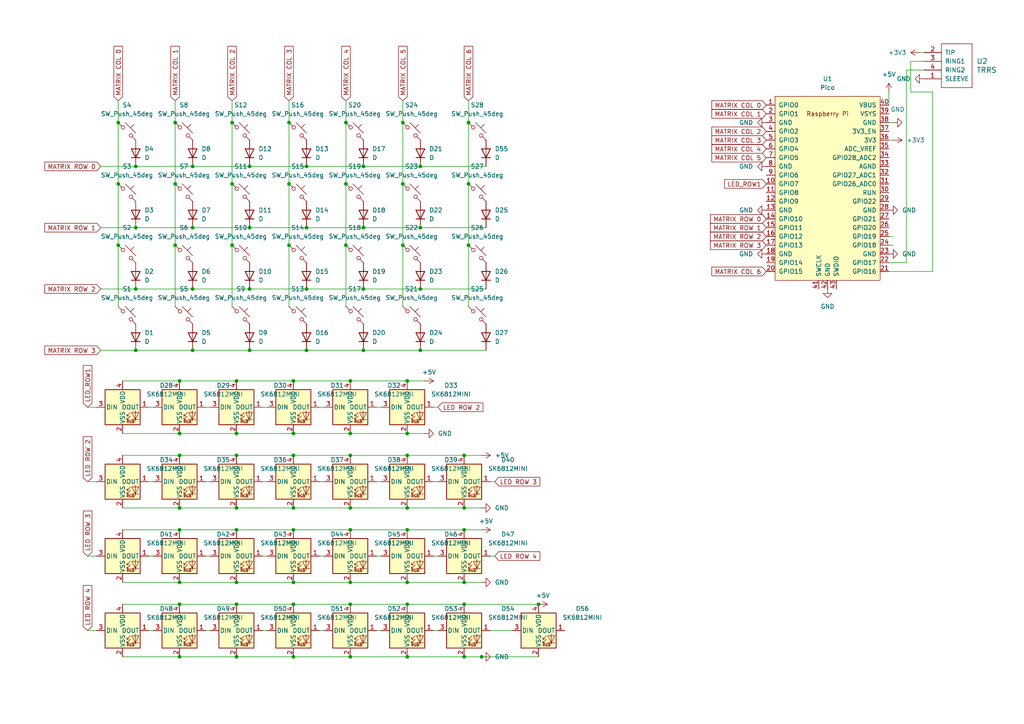
<source format=kicad_sch>
(kicad_sch (version 20231120) (generator "eeschema") (generator_version "8.0")
  (paper "A4")
  (junction (at 436.88 196.85))
  (junction (at 52.07 168.91))
  (junction (at 52.07 190.5))
  (junction (at 372.11 54.61))
  (junction (at 350.52 41.91))
  (junction (at 450.85 196.85))
  (junction (at 384.81 181.61))
  (junction (at 434.34 160.02))
  (junction (at 134.62 190.5))
  (junction (at 68.58 153.67))
  (junction (at 101.6 175.26))
  (junction (at 118.11 153.67))
  (junction (at 421.64 54.61))
  (junction (at 156.21 175.26))
  (junction (at 101.6 168.91))
  (junction (at 88.9 101.6))
  (junction (at 68.58 110.49))
  (junction (at 416.56 59.69))
  (junction (at 118.11 147.32))
  (junction (at 52.07 110.49))
  (junction (at 67.31 35.56))
  (junction (at 355.6 90.17))
  (junction (at 368.3 181.61))
  (junction (at 368.3 138.43))
  (junction (at 134.62 175.26))
  (junction (at 351.79 138.43))
  (junction (at 105.41 48.26))
  (junction (at 416.56 41.91))
  (junction (at 405.13 90.17))
  (junction (at 398.78 153.67))
  (junction (at 434.34 175.26))
  (junction (at 388.62 72.39))
  (junction (at 68.58 125.73))
  (junction (at 101.6 132.08))
  (junction (at 68.58 168.91))
  (junction (at 121.92 66.04))
  (junction (at 85.09 175.26))
  (junction (at 401.32 196.85))
  (junction (at 67.31 71.12))
  (junction (at 351.79 196.85))
  (junction (at 355.6 54.61))
  (junction (at 121.92 101.6))
  (junction (at 72.39 101.6))
  (junction (at 83.82 35.56))
  (junction (at 116.84 53.34))
  (junction (at 34.29 71.12))
  (junction (at 101.6 153.67))
  (junction (at 55.88 66.04))
  (junction (at 101.6 147.32))
  (junction (at 382.27 153.67))
  (junction (at 421.64 90.17))
  (junction (at 100.33 71.12))
  (junction (at 135.89 53.34))
  (junction (at 105.41 66.04))
  (junction (at 383.54 41.91))
  (junction (at 88.9 48.26))
  (junction (at 384.81 196.85))
  (junction (at 100.33 35.56))
  (junction (at 405.13 72.39))
  (junction (at 50.8 53.34))
  (junction (at 34.29 35.56))
  (junction (at 52.07 147.32))
  (junction (at 384.81 132.08))
  (junction (at 105.41 83.82))
  (junction (at 50.8 71.12))
  (junction (at 339.09 54.61))
  (junction (at 350.52 77.47))
  (junction (at 135.89 35.56))
  (junction (at 72.39 48.26))
  (junction (at 68.58 190.5))
  (junction (at 400.05 59.69))
  (junction (at 368.3 175.26))
  (junction (at 417.83 160.02))
  (junction (at 105.41 101.6))
  (junction (at 118.11 190.5))
  (junction (at 417.83 196.85))
  (junction (at 455.93 181.61))
  (junction (at 134.62 168.91))
  (junction (at 405.13 54.61))
  (junction (at 118.11 125.73))
  (junction (at 39.37 83.82))
  (junction (at 384.81 160.02))
  (junction (at 383.54 59.69))
  (junction (at 372.11 72.39))
  (junction (at 383.54 77.47))
  (junction (at 355.6 72.39))
  (junction (at 417.83 175.26))
  (junction (at 101.6 110.49))
  (junction (at 52.07 153.67))
  (junction (at 52.07 132.08))
  (junction (at 334.01 59.69))
  (junction (at 435.61 59.69))
  (junction (at 339.09 107.95))
  (junction (at 350.52 59.69))
  (junction (at 118.11 132.08))
  (junction (at 39.37 66.04))
  (junction (at 417.83 181.61))
  (junction (at 367.03 59.69))
  (junction (at 118.11 110.49))
  (junction (at 118.11 175.26))
  (junction (at 351.79 132.08))
  (junction (at 372.11 107.95))
  (junction (at 436.88 181.61))
  (junction (at 121.92 83.82))
  (junction (at 435.61 77.47))
  (junction (at 401.32 160.02))
  (junction (at 39.37 48.26))
  (junction (at 116.84 71.12))
  (junction (at 68.58 147.32))
  (junction (at 50.8 35.56))
  (junction (at 85.09 190.5))
  (junction (at 85.09 168.91))
  (junction (at 118.11 168.91))
  (junction (at 83.82 71.12))
  (junction (at 417.83 116.84))
  (junction (at 388.62 90.17))
  (junction (at 405.13 107.95))
  (junction (at 384.81 175.26))
  (junction (at 368.3 132.08))
  (junction (at 55.88 101.6))
  (junction (at 52.07 125.73))
  (junction (at 398.78 138.43))
  (junction (at 67.31 53.34))
  (junction (at 388.62 107.95))
  (junction (at 52.07 175.26))
  (junction (at 339.09 72.39))
  (junction (at 384.81 116.84))
  (junction (at 68.58 132.08))
  (junction (at 368.3 153.67))
  (junction (at 85.09 153.67))
  (junction (at 382.27 138.43))
  (junction (at 367.03 77.47))
  (junction (at 116.84 35.56))
  (junction (at 55.88 48.26))
  (junction (at 368.3 160.02))
  (junction (at 134.62 132.08))
  (junction (at 88.9 66.04))
  (junction (at 101.6 190.5))
  (junction (at 39.37 101.6))
  (junction (at 134.62 153.67))
  (junction (at 351.79 160.02))
  (junction (at 55.88 83.82))
  (junction (at 400.05 41.91))
  (junction (at 401.32 132.08))
  (junction (at 121.92 48.26))
  (junction (at 435.61 41.91))
  (junction (at 368.3 116.84))
  (junction (at 372.11 90.17))
  (junction (at 453.39 181.61))
  (junction (at 388.62 54.61))
  (junction (at 100.33 53.34))
  (junction (at 351.79 153.67))
  (junction (at 85.09 125.73))
  (junction (at 34.29 53.34))
  (junction (at 421.64 72.39))
  (junction (at 401.32 116.84))
  (junction (at 85.09 132.08))
  (junction (at 416.56 77.47))
  (junction (at 417.83 132.08))
  (junction (at 101.6 125.73))
  (junction (at 85.09 147.32))
  (junction (at 401.32 175.26))
  (junction (at 415.29 153.67))
  (junction (at 68.58 175.26))
  (junction (at 334.01 41.91))
  (junction (at 351.79 116.84))
  (junction (at 351.79 181.61))
  (junction (at 85.09 110.49))
  (junction (at 135.89 71.12))
  (junction (at 83.82 53.34))
  (junction (at 368.3 196.85))
  (junction (at 139.7 190.5))
  (junction (at 334.01 77.47))
  (junction (at 351.79 175.26))
  (junction (at 72.39 66.04))
  (junction (at 339.09 90.17))
  (junction (at 401.32 181.61))
  (junction (at 88.9 83.82))
  (junction (at 134.62 147.32))
  (junction (at 415.29 138.43))
  (junction (at 72.39 83.82))
  (junction (at 400.05 77.47))
  (junction (at 355.6 107.95))
  (junction (at 421.64 107.95))
  (junction (at 367.03 41.91))
  (wire (pts (xy 101.6 153.67) (xy 118.11 153.67)))
  (wire (pts (xy 101.6 175.26) (xy 118.11 175.26)))
  (wire (pts (xy 52.07 132.08) (xy 68.58 132.08)))
  (wire (pts (xy 335.28 181.61) (xy 351.79 181.61)))
  (wire (pts (xy 52.07 153.67) (xy 68.58 153.67)))
  (wire (pts (xy 88.9 66.04) (xy 105.41 66.04)))
  (wire (pts (xy 415.29 138.43) (xy 439.42 138.43)))
  (wire (pts (xy 339.09 107.95) (xy 355.6 107.95)))
  (wire (pts (xy 436.88 181.61) (xy 453.39 181.61)))
  (wire (pts (xy 425.45 167.64) (xy 426.72 167.64)))
  (wire (pts (xy 335.28 138.43) (xy 351.79 138.43)))
  (wire (pts (xy 335.28 175.26) (xy 351.79 175.26)))
  (wire (pts (xy 142.24 161.29) (xy 143.51 161.29)))
  (wire (pts (xy 450.85 198.12) (xy 450.85 196.85)))
  (wire (pts (xy 392.43 124.46) (xy 393.7 124.46)))
  (wire (pts (xy 83.82 29.21) (xy 83.82 35.56)))
  (wire (pts (xy 34.29 29.21) (xy 34.29 35.56)))
  (wire (pts (xy 35.56 125.73) (xy 52.07 125.73)))
  (wire (pts (xy 85.09 175.26) (xy 101.6 175.26)))
  (wire (pts (xy 118.11 175.26) (xy 134.62 175.26)))
  (wire (pts (xy 50.8 71.12) (xy 50.8 88.9)))
  (wire (pts (xy 34.29 35.56) (xy 34.29 53.34)))
  (wire (pts (xy 355.6 107.95) (xy 372.11 107.95)))
  (wire (pts (xy 55.88 66.04) (xy 72.39 66.04)))
  (wire (pts (xy 259.08 35.56) (xy 257.81 35.56)))
  (wire (pts (xy 570.23 33.02) (xy 570.23 85.09)))
  (wire (pts (xy 436.88 196.85) (xy 450.85 196.85)))
  (wire (pts (xy 101.6 110.49) (xy 118.11 110.49)))
  (wire (pts (xy 267.97 20.32) (xy 262.89 20.32)))
  (wire (pts (xy 35.56 175.26) (xy 52.07 175.26)))
  (wire (pts (xy 72.39 83.82) (xy 88.9 83.82)))
  (wire (pts (xy 368.3 116.84) (xy 384.81 116.84)))
  (wire (pts (xy 68.58 132.08) (xy 85.09 132.08)))
  (wire (pts (xy 67.31 35.56) (xy 67.31 53.34)))
  (wire (pts (xy 405.13 54.61) (xy 421.64 54.61)))
  (wire (pts (xy 72.39 48.26) (xy 88.9 48.26)))
  (wire (pts (xy 398.78 138.43) (xy 415.29 138.43)))
  (wire (pts (xy 339.09 72.39) (xy 355.6 72.39)))
  (wire (pts (xy 134.62 132.08) (xy 139.7 132.08)))
  (wire (pts (xy 134.62 168.91) (xy 139.7 168.91)))
  (wire (pts (xy 266.7 15.24) (xy 267.97 15.24)))
  (wire (pts (xy 351.79 132.08) (xy 368.3 132.08)))
  (wire (pts (xy 359.41 189.23) (xy 360.68 189.23)))
  (wire (pts (xy 25.4 182.88) (xy 27.94 182.88)))
  (wire (pts (xy 383.54 59.69) (xy 383.54 77.47)))
  (wire (pts (xy 367.03 77.47) (xy 367.03 95.25)))
  (wire (pts (xy 72.39 66.04) (xy 88.9 66.04)))
  (wire (pts (xy 405.13 90.17) (xy 421.64 90.17)))
  (wire (pts (xy 421.64 107.95) (xy 440.69 107.95)))
  (wire (pts (xy 67.31 71.12) (xy 67.31 88.9)))
  (wire (pts (xy 562.61 26.67) (xy 562.61 82.55)))
  (wire (pts (xy 421.64 72.39) (xy 440.69 72.39)))
  (wire (pts (xy 335.28 160.02) (xy 351.79 160.02)))
  (wire (pts (xy 339.09 90.17) (xy 355.6 90.17)))
  (wire (pts (xy 101.6 125.73) (xy 118.11 125.73)))
  (wire (pts (xy 142.24 182.88) (xy 148.59 182.88)))
  (wire (pts (xy 417.83 132.08) (xy 422.91 132.08)))
  (wire (pts (xy 116.84 29.21) (xy 116.84 35.56)))
  (wire (pts (xy 68.58 110.49) (xy 85.09 110.49)))
  (wire (pts (xy 435.61 35.56) (xy 435.61 41.91)))
  (wire (pts (xy 368.3 138.43) (xy 382.27 138.43)))
  (wire (pts (xy 118.11 110.49) (xy 123.19 110.49)))
  (wire (pts (xy 35.56 168.91) (xy 52.07 168.91)))
  (wire (pts (xy 34.29 53.34) (xy 34.29 71.12)))
  (wire (pts (xy 52.07 168.91) (xy 68.58 168.91)))
  (wire (pts (xy 335.28 153.67) (xy 351.79 153.67)))
  (wire (pts (xy 400.05 35.56) (xy 400.05 41.91)))
  (wire (pts (xy 55.88 48.26) (xy 72.39 48.26)))
  (wire (pts (xy 383.54 77.47) (xy 383.54 95.25)))
  (wire (pts (xy 384.81 196.85) (xy 401.32 196.85)))
  (wire (pts (xy 83.82 35.56) (xy 83.82 53.34)))
  (wire (pts (xy 118.11 153.67) (xy 134.62 153.67)))
  (wire (pts (xy 408.94 189.23) (xy 410.21 189.23)))
  (wire (pts (xy 328.93 72.39) (xy 339.09 72.39)))
  (wire (pts (xy 401.32 196.85) (xy 417.83 196.85)))
  (wire (pts (xy 76.2 139.7) (xy 77.47 139.7)))
  (wire (pts (xy 76.2 161.29) (xy 77.47 161.29)))
  (wire (pts (xy 85.09 168.91) (xy 101.6 168.91)))
  (wire (pts (xy 558.8 41.91) (xy 557.53 41.91)))
  (wire (pts (xy 68.58 175.26) (xy 85.09 175.26)))
  (wire (pts (xy 39.37 83.82) (xy 55.88 83.82)))
  (wire (pts (xy 88.9 48.26) (xy 105.41 48.26)))
  (wire (pts (xy 325.12 146.05) (xy 327.66 146.05)))
  (wire (pts (xy 351.79 181.61) (xy 368.3 181.61)))
  (wire (pts (xy 421.64 54.61) (xy 440.69 54.61)))
  (wire (pts (xy 342.9 124.46) (xy 344.17 124.46)))
  (wire (pts (xy 441.96 167.64) (xy 443.23 167.64)))
  (wire (pts (xy 29.21 48.26) (xy 39.37 48.26)))
  (wire (pts (xy 417.83 196.85) (xy 436.88 196.85)))
  (wire (pts (xy 72.39 101.6) (xy 88.9 101.6)))
  (wire (pts (xy 461.01 190.5) (xy 461.01 189.23)))
  (wire (pts (xy 453.39 181.61) (xy 455.93 181.61)))
  (wire (pts (xy 262.89 76.2) (xy 257.81 76.2)))
  (wire (pts (xy 135.89 35.56) (xy 135.89 53.34)))
  (wire (pts (xy 416.56 35.56) (xy 416.56 41.91)))
  (wire (pts (xy 435.61 41.91) (xy 435.61 59.69)))
  (wire (pts (xy 68.58 168.91) (xy 85.09 168.91)))
  (wire (pts (xy 50.8 35.56) (xy 50.8 53.34)))
  (wire (pts (xy 367.03 41.91) (xy 367.03 59.69)))
  (wire (pts (xy 118.11 132.08) (xy 134.62 132.08)))
  (wire (pts (xy 257.81 78.74) (xy 270.51 78.74)))
  (wire (pts (xy 392.43 167.64) (xy 393.7 167.64)))
  (wire (pts (xy 325.12 167.64) (xy 327.66 167.64)))
  (wire (pts (xy 328.93 90.17) (xy 339.09 90.17)))
  (wire (pts (xy 135.89 29.21) (xy 135.89 35.56)))
  (wire (pts (xy 375.92 189.23) (xy 377.19 189.23)))
  (wire (pts (xy 359.41 146.05) (xy 360.68 146.05)))
  (wire (pts (xy 262.89 20.32) (xy 262.89 76.2)))
  (wire (pts (xy 401.32 175.26) (xy 417.83 175.26)))
  (wire (pts (xy 257.81 68.58) (xy 259.08 68.58)))
  (wire (pts (xy 435.61 59.69) (xy 435.61 77.47)))
  (wire (pts (xy 417.83 116.84) (xy 422.91 116.84)))
  (wire (pts (xy 25.4 118.11) (xy 27.94 118.11)))
  (wire (pts (xy 416.56 77.47) (xy 416.56 95.25)))
  (wire (pts (xy 405.13 107.95) (xy 421.64 107.95)))
  (wire (pts (xy 563.88 33.02) (xy 563.88 24.13)))
  (wire (pts (xy 417.83 160.02) (xy 434.34 160.02)))
  (wire (pts (xy 134.62 153.67) (xy 139.7 153.67)))
  (wire (pts (xy 351.79 116.84) (xy 368.3 116.84)))
  (wire (pts (xy 478.79 182.88) (xy 455.93 182.88)))
  (wire (pts (xy 368.3 181.61) (xy 384.81 181.61)))
  (wire (pts (xy 139.7 190.5) (xy 156.21 190.5)))
  (wire (pts (xy 359.41 167.64) (xy 360.68 167.64)))
  (wire (pts (xy 355.6 90.17) (xy 372.11 90.17)))
  (wire (pts (xy 85.09 125.73) (xy 101.6 125.73)))
  (wire (pts (xy 52.07 175.26) (xy 68.58 175.26)))
  (wire (pts (xy 85.09 147.32) (xy 101.6 147.32)))
  (wire (pts (xy 118.11 168.91) (xy 134.62 168.91)))
  (wire (pts (xy 350.52 77.47) (xy 350.52 95.25)))
  (wire (pts (xy 355.6 72.39) (xy 372.11 72.39)))
  (wire (pts (xy 85.09 132.08) (xy 101.6 132.08)))
  (wire (pts (xy 342.9 167.64) (xy 344.17 167.64)))
  (wire (pts (xy 105.41 83.82) (xy 121.92 83.82)))
  (wire (pts (xy 50.8 29.21) (xy 50.8 35.56)))
  (wire (pts (xy 351.79 175.26) (xy 368.3 175.26)))
  (wire (pts (xy 383.54 35.56) (xy 383.54 41.91)))
  (wire (pts (xy 383.54 41.91) (xy 383.54 59.69)))
  (wire (pts (xy 350.52 41.91) (xy 350.52 59.69)))
  (wire (pts (xy 83.82 71.12) (xy 83.82 88.9)))
  (wire (pts (xy 92.71 161.29) (xy 93.98 161.29)))
  (wire (pts (xy 92.71 182.88) (xy 93.98 182.88)))
  (wire (pts (xy 134.62 190.5) (xy 139.7 190.5)))
  (wire (pts (xy 455.93 182.88) (xy 455.93 181.61)))
  (wire (pts (xy 135.89 53.34) (xy 135.89 71.12)))
  (wire (pts (xy 35.56 132.08) (xy 52.07 132.08)))
  (wire (pts (xy 342.9 189.23) (xy 344.17 189.23)))
  (wire (pts (xy 570.23 33.02) (xy 563.88 33.02)))
  (wire (pts (xy 39.37 101.6) (xy 55.88 101.6)))
  (wire (pts (xy 566.42 21.59) (xy 567.69 21.59)))
  (wire (pts (xy 52.07 190.5) (xy 68.58 190.5)))
  (wire (pts (xy 335.28 132.08) (xy 351.79 132.08)))
  (wire (pts (xy 59.69 182.88) (xy 60.96 182.88)))
  (wire (pts (xy 88.9 101.6) (xy 105.41 101.6)))
  (wire (pts (xy 389.89 146.05) (xy 391.16 146.05)))
  (wire (pts (xy 351.79 160.02) (xy 368.3 160.02)))
  (wire (pts (xy 270.51 26.67) (xy 264.16 26.67)))
  (wire (pts (xy 25.4 161.29) (xy 27.94 161.29)))
  (wire (pts (xy 25.4 139.7) (xy 27.94 139.7)))
  (wire (pts (xy 567.69 26.67) (xy 562.61 26.67)))
  (wire (pts (xy 125.73 139.7) (xy 127 139.7)))
  (wire (pts (xy 125.73 182.88) (xy 127 182.88)))
  (wire (pts (xy 392.43 189.23) (xy 393.7 189.23)))
  (wire (pts (xy 351.79 196.85) (xy 368.3 196.85)))
  (wire (pts (xy 350.52 59.69) (xy 350.52 77.47)))
  (wire (pts (xy 384.81 181.61) (xy 401.32 181.61)))
  (wire (pts (xy 121.92 101.6) (xy 140.97 101.6)))
  (wire (pts (xy 405.13 72.39) (xy 421.64 72.39)))
  (wire (pts (xy 105.41 101.6) (xy 121.92 101.6)))
  (wire (pts (xy 335.28 196.85) (xy 351.79 196.85)))
  (wire (pts (xy 118.11 147.32) (xy 134.62 147.32)))
  (wire (pts (xy 368.3 132.08) (xy 384.81 132.08)))
  (wire (pts (xy 67.31 29.21) (xy 67.31 35.56)))
  (wire (pts (xy 335.28 116.84) (xy 351.79 116.84)))
  (wire (pts (xy 121.92 48.26) (xy 140.97 48.26)))
  (wire (pts (xy 105.41 48.26) (xy 121.92 48.26)))
  (wire (pts (xy 557.53 33.02) (xy 557.53 36.83)))
  (wire (pts (xy 100.33 29.21) (xy 100.33 35.56)))
  (wire (pts (xy 388.62 107.95) (xy 405.13 107.95)))
  (wire (pts (xy 401.32 160.02) (xy 417.83 160.02)))
  (wire (pts (xy 416.56 59.69) (xy 416.56 77.47)))
  (wire (pts (xy 125.73 118.11) (xy 127 118.11)))
  (wire (pts (xy 76.2 182.88) (xy 77.47 182.88)))
  (wire (pts (xy 368.3 175.26) (xy 384.81 175.26)))
  (wire (pts (xy 434.34 175.26) (xy 439.42 175.26)))
  (wire (pts (xy 101.6 132.08) (xy 118.11 132.08)))
  (wire (pts (xy 325.12 124.46) (xy 327.66 124.46)))
  (wire (pts (xy 76.2 118.11) (xy 77.47 118.11)))
  (wire (pts (xy 109.22 161.29) (xy 110.49 161.29)))
  (wire (pts (xy 388.62 54.61) (xy 405.13 54.61)))
  (wire (pts (xy 101.6 147.32) (xy 118.11 147.32)))
  (wire (pts (xy 43.18 118.11) (xy 44.45 118.11)))
  (wire (pts (xy 328.93 54.61) (xy 339.09 54.61)))
  (wire (pts (xy 415.29 153.67) (xy 439.42 153.67)))
  (wire (pts (xy 375.92 146.05) (xy 374.65 146.05)))
  (wire (pts (xy 121.92 66.04) (xy 140.97 66.04)))
  (wire (pts (xy 400.05 59.69) (xy 400.05 77.47)))
  (wire (pts (xy 450.85 196.85) (xy 453.39 196.85)))
  (wire (pts (xy 134.62 175.26) (xy 156.21 175.26)))
  (wire (pts (xy 92.71 139.7) (xy 93.98 139.7)))
  (wire (pts (xy 257.81 26.67) (xy 257.81 30.48)))
  (wire (pts (xy 421.64 90.17) (xy 440.69 90.17)))
  (wire (pts (xy 116.84 53.34) (xy 116.84 71.12)))
  (wire (pts (xy 359.41 124.46) (xy 360.68 124.46)))
  (wire (pts (xy 35.56 147.32) (xy 52.07 147.32)))
  (wire (pts (xy 55.88 101.6) (xy 72.39 101.6)))
  (wire (pts (xy 367.03 59.69) (xy 367.03 77.47)))
  (wire (pts (xy 118.11 125.73) (xy 123.19 125.73)))
  (wire (pts (xy 68.58 125.73) (xy 85.09 125.73)))
  (wire (pts (xy 425.45 189.23) (xy 429.26 189.23)))
  (wire (pts (xy 422.91 146.05) (xy 443.23 146.05)))
  (wire (pts (xy 100.33 71.12) (xy 100.33 88.9)))
  (wire (pts (xy 384.81 132.08) (xy 401.32 132.08)))
  (wire (pts (xy 34.29 71.12) (xy 34.29 88.9)))
  (wire (pts (xy 417.83 175.26) (xy 434.34 175.26)))
  (wire (pts (xy 328.93 107.95) (xy 339.09 107.95)))
  (wire (pts (xy 425.45 124.46) (xy 426.72 124.46)))
  (wire (pts (xy 384.81 160.02) (xy 401.32 160.02)))
  (wire (pts (xy 52.07 125.73) (xy 68.58 125.73)))
  (wire (pts (xy 417.83 181.61) (xy 436.88 181.61)))
  (wire (pts (xy 68.58 190.5) (xy 85.09 190.5)))
  (wire (pts (xy 109.22 182.88) (xy 110.49 182.88)))
  (wire (pts (xy 67.31 53.34) (xy 67.31 71.12)))
  (wire (pts (xy 88.9 83.82) (xy 105.41 83.82)))
  (wire (pts (xy 101.6 168.91) (xy 118.11 168.91)))
  (wire (pts (xy 563.88 24.13) (xy 567.69 24.13)))
  (wire (pts (xy 401.32 116.84) (xy 417.83 116.84)))
  (wire (pts (xy 434.34 160.02) (xy 439.42 160.02)))
  (wire (pts (xy 59.69 118.11) (xy 60.96 118.11)))
  (wire (pts (xy 116.84 35.56) (xy 116.84 53.34)))
  (wire (pts (xy 55.88 83.82) (xy 72.39 83.82)))
  (wire (pts (xy 382.27 138.43) (xy 398.78 138.43)))
  (wire (pts (xy 134.62 147.32) (xy 139.7 147.32)))
  (wire (pts (xy 264.16 17.78) (xy 267.97 17.78)))
  (wire (pts (xy 372.11 54.61) (xy 388.62 54.61)))
  (wire (pts (xy 109.22 118.11) (xy 110.49 118.11)))
  (wire (pts (xy 557.53 46.99) (xy 558.8 46.99)))
  (wire (pts (xy 375.92 124.46) (xy 377.19 124.46)))
  (wire (pts (xy 264.16 26.67) (xy 264.16 17.78)))
  (wire (pts (xy 368.3 196.85) (xy 384.81 196.85)))
  (wire (pts (xy 121.92 83.82) (xy 140.97 83.82)))
  (wire (pts (xy 372.11 90.17) (xy 388.62 90.17)))
  (wire (pts (xy 270.51 78.74) (xy 270.51 26.67)))
  (wire (pts (xy 101.6 190.5) (xy 118.11 190.5)))
  (wire (pts (xy 388.62 90.17) (xy 405.13 90.17)))
  (wire (pts (xy 339.09 54.61) (xy 355.6 54.61)))
  (wire (pts (xy 334.01 59.69) (xy 334.01 77.47)))
  (wire (pts (xy 400.05 77.47) (xy 400.05 95.25)))
  (wire (pts (xy 408.94 167.64) (xy 410.21 167.64)))
  (wire (pts (xy 68.58 147.32) (xy 85.09 147.32)))
  (wire (pts (xy 355.6 54.61) (xy 372.11 54.61)))
  (wire (pts (xy 52.07 147.32) (xy 68.58 147.32)))
  (wire (pts (xy 59.69 161.29) (xy 60.96 161.29)))
  (wire (pts (xy 334.01 77.47) (xy 334.01 95.25)))
  (wire (pts (xy 334.01 41.91) (xy 334.01 59.69)))
  (wire (pts (xy 85.09 153.67) (xy 101.6 153.67)))
  (wire (pts (xy 372.11 107.95) (xy 388.62 107.95)))
  (wire (pts (xy 342.9 146.05) (xy 344.17 146.05)))
  (wire (pts (xy 39.37 66.04) (xy 55.88 66.04)))
  (wire (pts (xy 384.81 175.26) (xy 401.32 175.26)))
  (wire (pts (xy 85.09 190.5) (xy 101.6 190.5)))
  (wire (pts (xy 408.94 124.46) (xy 410.21 124.46)))
  (wire (pts (xy 109.22 139.7) (xy 110.49 139.7)))
  (wire (pts (xy 35.56 153.67) (xy 52.07 153.67)))
  (wire (pts (xy 39.37 48.26) (xy 55.88 48.26)))
  (wire (pts (xy 125.73 161.29) (xy 127 161.29)))
  (wire (pts (xy 398.78 153.67) (xy 415.29 153.67)))
  (wire (pts (xy 368.3 153.67) (xy 382.27 153.67)))
  (wire (pts (xy 116.84 71.12) (xy 116.84 88.9)))
  (wire (pts (xy 85.09 110.49) (xy 101.6 110.49)))
  (wire (pts (xy 367.03 35.56) (xy 367.03 41.91)))
  (wire (pts (xy 562.61 82.55) (xy 557.53 82.55)))
  (wire (pts (xy 257.81 40.64) (xy 259.08 40.64)))
  (wire (pts (xy 351.79 138.43) (xy 368.3 138.43)))
  (wire (pts (xy 92.71 118.11) (xy 93.98 118.11)))
  (wire (pts (xy 435.61 77.47) (xy 435.61 95.25)))
  (wire (pts (xy 29.21 83.82) (xy 39.37 83.82)))
  (wire (pts (xy 35.56 110.49) (xy 52.07 110.49)))
  (wire (pts (xy 100.33 53.34) (xy 100.33 71.12)))
  (wire (pts (xy 29.21 101.6) (xy 39.37 101.6)))
  (wire (pts (xy 375.92 167.64) (xy 377.19 167.64)))
  (wire (pts (xy 105.41 66.04) (xy 121.92 66.04)))
  (wire (pts (xy 570.23 85.09) (xy 557.53 85.09)))
  (wire (pts (xy 68.58 153.67) (xy 85.09 153.67)))
  (wire (pts (xy 372.11 72.39) (xy 388.62 72.39)))
  (wire (pts (xy 471.17 190.5) (xy 461.01 190.5)))
  (wire (pts (xy 83.82 53.34) (xy 83.82 71.12)))
  (wire (pts (xy 388.62 72.39) (xy 405.13 72.39)))
  (wire (pts (xy 43.18 161.29) (xy 44.45 161.29)))
  (wire (pts (xy 35.56 190.5) (xy 52.07 190.5)))
  (wire (pts (xy 401.32 132.08) (xy 417.83 132.08)))
  (wire (pts (xy 50.8 53.34) (xy 50.8 71.12)))
  (wire (pts (xy 401.32 181.61) (xy 417.83 181.61)))
  (wire (pts (xy 384.81 116.84) (xy 401.32 116.84)))
  (wire (pts (xy 382.27 153.67) (xy 398.78 153.67)))
  (wire (pts (xy 52.07 110.49) (xy 68.58 110.49)))
  (wire (pts (xy 325.12 189.23) (xy 327.66 189.23)))
  (wire (pts (xy 416.56 41.91) (xy 416.56 59.69)))
  (wire (pts (xy 135.89 71.12) (xy 135.89 88.9)))
  (wire (pts (xy 142.24 139.7) (xy 143.51 139.7)))
  (wire (pts (xy 43.18 139.7) (xy 44.45 139.7)))
  (wire (pts (xy 257.81 71.12) (xy 259.08 71.12)))
  (wire (pts (xy 478.79 198.12) (xy 450.85 198.12)))
  (wire (pts (xy 444.5 189.23) (xy 445.77 189.23)))
  (wire (pts (xy 351.79 153.67) (xy 368.3 153.67)))
  (wire (pts (xy 368.3 160.02) (xy 384.81 160.02)))
  (wire (pts (xy 43.18 182.88) (xy 44.45 182.88)))
  (wire (pts (xy 29.21 66.04) (xy 39.37 66.04)))
  (wire (pts (xy 118.11 190.5) (xy 134.62 190.5)))
  (wire (pts (xy 59.69 139.7) (xy 60.96 139.7)))
  (wire (pts (xy 350.52 35.56) (xy 350.52 41.91)))
  (wire (pts (xy 100.33 35.56) (xy 100.33 53.34)))
  (wire (pts (xy 406.4 146.05) (xy 407.67 146.05)))
  (wire (pts (xy 400.05 41.91) (xy 400.05 59.69)))
  (wire (pts (xy 334.01 35.56) (xy 334.01 41.91)))
  (global_label "MATRIX COL 6" (shape input) (at 135.89 29.21 90) (property "Intersheetrefs" "${INTERSHEET_REFS}" (effects (hide yes))))
  (global_label "MATRIX COL 2" (shape input) (at 67.31 29.21 90) (property "Intersheetrefs" "${INTERSHEET_REFS}" (effects (hide yes))))
  (global_label "MATRIX COL 3" (shape input) (at 222.25 40.64 180) (property "Intersheetrefs" "${INTERSHEET_REFS}" (effects (hide yes))))
  (global_label "MATRIX ROW 3" (shape input) (at 222.25 71.12 180) (property "Intersheetrefs" "${INTERSHEET_REFS}" (effects (hide yes))))
  (global_label "R_MATRIX COL 6" (shape input) (at 435.61 35.56 90) (property "Intersheetrefs" "${INTERSHEET_REFS}" (effects (hide yes))))
  (global_label "R_LED ROW 4" (shape input) (at 443.23 167.64 0) (property "Intersheetrefs" "${INTERSHEET_REFS}" (effects (hide yes))))
  (global_label "MATRIX COL 1" (shape input) (at 222.25 33.02 180) (property "Intersheetrefs" "${INTERSHEET_REFS}" (effects (hide yes))))
  (global_label "MATRIX ROW 1" (shape input) (at 29.21 66.04 180) (property "Intersheetrefs" "${INTERSHEET_REFS}" (effects (hide yes))))
  (global_label "MATRIX COL 3" (shape input) (at 83.82 29.21 90) (property "Intersheetrefs" "${INTERSHEET_REFS}" (effects (hide yes))))
  (global_label "R_MATRIX ROW 3" (shape input) (at 521.97 77.47 180) (property "Intersheetrefs" "${INTERSHEET_REFS}" (effects (hide yes))))
  (global_label "MATRIX COL 0" (shape input) (at 222.25 30.48 180) (property "Intersheetrefs" "${INTERSHEET_REFS}" (effects (hide yes))))
  (global_label "R_LED ROW 3" (shape input) (at 443.23 146.05 0) (property "Intersheetrefs" "${INTERSHEET_REFS}" (effects (hide yes))))
  (global_label "MATRIX ROW 1" (shape input) (at 222.25 66.04 180) (property "Intersheetrefs" "${INTERSHEET_REFS}" (effects (hide yes))))
  (global_label "R_MATRIX ROW 0" (shape input) (at 557.53 74.93 0) (property "Intersheetrefs" "${INTERSHEET_REFS}" (effects (hide yes))))
  (global_label "R_MATRIX ROW 1" (shape input) (at 557.53 77.47 0) (property "Intersheetrefs" "${INTERSHEET_REFS}" (effects (hide yes))))
  (global_label "R_MATRIX COL 4" (shape input) (at 400.05 35.56 90) (property "Intersheetrefs" "${INTERSHEET_REFS}" (effects (hide yes))))
  (global_label "R_MATRIX COL 1" (shape input) (at 557.53 69.85 0) (property "Intersheetrefs" "${INTERSHEET_REFS}" (effects (hide yes))))
  (global_label "MATRIX COL 5" (shape input) (at 116.84 29.21 90) (property "Intersheetrefs" "${INTERSHEET_REFS}" (effects (hide yes))))
  (global_label "LED ROW 4" (shape input) (at 143.51 161.29 0) (property "Intersheetrefs" "${INTERSHEET_REFS}" (effects (hide yes))))
  (global_label "R_LED ROW 4" (shape input) (at 325.12 189.23 90) (property "Intersheetrefs" "${INTERSHEET_REFS}" (effects (hide yes))))
  (global_label "R_MATRIX COL 1" (shape input) (at 350.52 35.56 90) (property "Intersheetrefs" "${INTERSHEET_REFS}" (effects (hide yes))))
  (global_label "R_MATRIX ROW 0" (shape input) (at 328.93 54.61 180) (property "Intersheetrefs" "${INTERSHEET_REFS}" (effects (hide yes))))
  (global_label "MATRIX ROW 2" (shape input) (at 222.25 68.58 180) (property "Intersheetrefs" "${INTERSHEET_REFS}" (effects (hide yes))))
  (global_label "R_MATRIX COL 0" (shape input) (at 557.53 72.39 0) (property "Intersheetrefs" "${INTERSHEET_REFS}" (effects (hide yes))))
  (global_label "LED ROW 2" (shape input) (at 127 118.11 0) (property "Intersheetrefs" "${INTERSHEET_REFS}" (effects (hide yes))))
  (global_label "R_MATRIX COL 5" (shape input) (at 557.53 52.07 0) (property "Intersheetrefs" "${INTERSHEET_REFS}" (effects (hide yes))))
  (global_label "R_MATRIX ROW 3" (shape input) (at 328.93 107.95 180) (property "Intersheetrefs" "${INTERSHEET_REFS}" (effects (hide yes))))
  (global_label "MATRIX COL 1" (shape input) (at 50.8 29.21 90) (property "Intersheetrefs" "${INTERSHEET_REFS}" (effects (hide yes))))
  (global_label "R_LED_ROW1" (shape input) (at 521.97 59.69 180) (property "Intersheetrefs" "${INTERSHEET_REFS}" (effects (hide yes))))
  (global_label "R_LED ROW 2" (shape input) (at 325.12 146.05 90) (property "Intersheetrefs" "${INTERSHEET_REFS}" (effects (hide yes))))
  (global_label "R_MATRIX COL 5" (shape input) (at 416.56 35.56 90) (property "Intersheetrefs" "${INTERSHEET_REFS}" (effects (hide yes))))
  (global_label "MATRIX ROW 0" (shape input) (at 222.25 63.5 180) (property "Intersheetrefs" "${INTERSHEET_REFS}" (effects (hide yes))))
  (global_label "R_MATRIX COL 3" (shape input) (at 557.53 59.69 0) (property "Intersheetrefs" "${INTERSHEET_REFS}" (effects (hide yes))))
  (global_label "LED ROW 4" (shape input) (at 25.4 182.88 90) (property "Intersheetrefs" "${INTERSHEET_REFS}" (effects (hide yes))))
  (global_label "MATRIX COL 2" (shape input) (at 222.25 38.1 180) (property "Intersheetrefs" "${INTERSHEET_REFS}" (effects (hide yes))))
  (global_label "LED ROW 3" (shape input) (at 25.4 161.29 90) (property "Intersheetrefs" "${INTERSHEET_REFS}" (effects (hide yes))))
  (global_label "R_LED_ROW1" (shape input) (at 325.12 124.46 90) (property "Intersheetrefs" "${INTERSHEET_REFS}" (effects (hide yes))))
  (global_label "R_MATRIX COL 0" (shape input) (at 334.01 35.56 90) (property "Intersheetrefs" "${INTERSHEET_REFS}" (effects (hide yes))))
  (global_label "MATRIX COL 4" (shape input) (at 100.33 29.21 90) (property "Intersheetrefs" "${INTERSHEET_REFS}" (effects (hide yes))))
  (global_label "R_LED ROW 3" (shape input) (at 325.12 167.64 90) (property "Intersheetrefs" "${INTERSHEET_REFS}" (effects (hide yes))))
  (global_label "R_MATRIX ROW 2" (shape input) (at 521.97 85.09 180) (property "Intersheetrefs" "${INTERSHEET_REFS}" (effects (hide yes))))
  (global_label "R_MATRIX COL 3" (shape input) (at 383.54 35.56 90) (property "Intersheetrefs" "${INTERSHEET_REFS}" (effects (hide yes))))
  (global_label "MATRIX ROW 0" (shape input) (at 29.21 48.26 180) (property "Intersheetrefs" "${INTERSHEET_REFS}" (effects (hide yes))))
  (global_label "MATRIX ROW 3" (shape input) (at 29.21 101.6 180) (property "Intersheetrefs" "${INTERSHEET_REFS}" (effects (hide yes))))
  (global_label "MATRIX ROW 2" (shape input) (at 29.21 83.82 180) (property "Intersheetrefs" "${INTERSHEET_REFS}" (effects (hide yes))))
  (global_label "R_MATRIX COL 4" (shape input) (at 557.53 57.15 0) (property "Intersheetrefs" "${INTERSHEET_REFS}" (effects (hide yes))))
  (global_label "R_MATRIX COL 6" (shape input) (at 521.97 82.55 180) (property "Intersheetrefs" "${INTERSHEET_REFS}" (effects (hide yes))))
  (global_label "MATRIX COL 5" (shape input) (at 222.25 45.72 180) (property "Intersheetrefs" "${INTERSHEET_REFS}" (effects (hide yes))))
  (global_label "MATRIX COL 0" (shape input) (at 34.29 29.21 90) (property "Intersheetrefs" "${INTERSHEET_REFS}" (effects (hide yes))))
  (global_label "R_MATRIX COL 2" (shape input) (at 367.03 35.56 90) (property "Intersheetrefs" "${INTERSHEET_REFS}" (effects (hide yes))))
  (global_label "LED_ROW1" (shape input) (at 25.4 118.11 90) (property "Intersheetrefs" "${INTERSHEET_REFS}" (effects (hide yes))))
  (global_label "LED ROW 2" (shape input) (at 25.4 139.7 90) (property "Intersheetrefs" "${INTERSHEET_REFS}" (effects (hide yes))))
  (global_label "R_MATRIX ROW 1" (shape input) (at 328.93 72.39 180) (property "Intersheetrefs" "${INTERSHEET_REFS}" (effects (hide yes))))
  (global_label "R_LED ROW 2" (shape input) (at 426.72 124.46 0) (property "Intersheetrefs" "${INTERSHEET_REFS}" (effects (hide yes))))
  (global_label "MATRIX COL 4" (shape input) (at 222.25 43.18 180) (property "Intersheetrefs" "${INTERSHEET_REFS}" (effects (hide yes))))
  (global_label "R_MATRIX COL 2" (shape input) (at 557.53 64.77 0) (property "Intersheetrefs" "${INTERSHEET_REFS}" (effects (hide yes))))
  (global_label "LED_ROW1" (shape input) (at 222.25 53.34 180) (property "Intersheetrefs" "${INTERSHEET_REFS}" (effects (hide yes))))
  (global_label "MATRIX COL 6" (shape input) (at 222.25 78.74 180) (property "Intersheetrefs" "${INTERSHEET_REFS}" (effects (hide yes))))
  (global_label "R_MATRIX ROW 2" (shape input) (at 328.93 90.17 180) (property "Intersheetrefs" "${INTERSHEET_REFS}" (effects (hide yes))))
  (global_label "LED ROW 3" (shape input) (at 143.51 139.7 0) (property "Intersheetrefs" "${INTERSHEET_REFS}" (effects (hide yes))))
  (symbol (lib_id "Switch:SW_Push_45deg") (at 102.87 91.44 0) (unit 1)
    (property "Reference" "S17" (at 102.87 83.82 0))
    (property "Value" "SW_Push_45deg" (at 102.87 86.36 0))
    (property "Footprint" "MX_Hotswap:MX-Hotswap-1U" (effects (hide yes)))
    (property "Description" "Push button switch, normally open, two pins, 45° tilted" (effects (hide yes)))
  )
  (symbol (lib_id "Device:D") (at 121.92 44.45 90) (unit 1)
    (property "Reference" "D21" (at 124.46 43.1799 90) (effects (justify right)))
    (property "Value" "D" (at 124.46 45.7199 90) (effects (justify right)))
    (property "Footprint" "Keebio:Diode" (effects (hide yes)))
    (property "Description" "Diode" (effects (hide yes)))
    (property "Sim.Device" "D" (effects (hide yes)))
    (property "Sim.Pins" "1=K 2=A" (effects (hide yes)))
  )
  (symbol (lib_id "Switch:SW_Push_45deg") (at 138.43 38.1 0) (unit 1)
    (property "Reference" "S28" (at 138.43 30.48 0))
    (property "Value" "SW_Push_45deg" (at 138.43 33.02 0))
    (property "Footprint" "MX_Hotswap:MX-Hotswap-1U" (effects (hide yes)))
    (property "Description" "Push button switch, normally open, two pins, 45° tilted" (effects (hide yes)))
  )
  (symbol (lib_id "power:GND") (at 567.69 29.21 270) (unit 1)
    (property "Reference" "#PWR040" (effects (hide yes)))
    (property "Value" "GND" (at 563.88 29.2099 90) (effects (justify right)))
    (property "Description" "Power symbol creates a global label with name \"GND\" , ground" (effects (hide yes)))
  )
  (symbol (lib_id "power:GND") (at 123.19 125.73 90) (unit 1)
    (property "Reference" "#PWR01" (effects (hide yes)))
    (property "Value" "GND" (at 127 125.7299 90) (effects (justify right)))
    (property "Description" "Power symbol creates a global label with name \"GND\" , ground" (effects (hide yes)))
  )
  (symbol (lib_id "LED:SK6812MINI") (at 52.07 118.11 0) (unit 1)
    (property "Reference" "D29" (at 64.77 111.7914 0))
    (property "Value" "SK6812MINI" (at 64.77 114.3314 0))
    (property "Footprint" "cheyao:SK6812MINI-E" (effects (hide yes)))
    (property "Datasheet" "https://cdn-shop.adafruit.com/product-files/2686/SK6812MINI_REV.01-1-2.pdf" (effects (hide yes)))
    (property "Description" "RGB LED with integrated controller" (effects (hide yes)))
  )
  (symbol (lib_id "Device:D") (at 88.9 80.01 90) (unit 1)
    (property "Reference" "D15" (at 91.44 78.7399 90) (effects (justify right)))
    (property "Value" "D" (at 91.44 81.2799 90) (effects (justify right)))
    (property "Footprint" "Keebio:Diode" (effects (hide yes)))
    (property "Description" "Diode" (effects (hide yes)))
    (property "Sim.Device" "D" (effects (hide yes)))
    (property "Sim.Pins" "1=K 2=A" (effects (hide yes)))
  )
  (symbol (lib_id "LED:SK6812MINI") (at 68.58 182.88 0) (unit 1)
    (property "Reference" "D50" (at 81.28 176.5614 0))
    (property "Value" "SK6812MINI" (at 81.28 179.1014 0))
    (property "Footprint" "cheyao:SK6812MINI-E" (effects (hide yes)))
    (property "Datasheet" "https://cdn-shop.adafruit.com/product-files/2686/SK6812MINI_REV.01-1-2.pdf" (effects (hide yes)))
    (property "Description" "RGB LED with integrated controller" (effects (hide yes)))
  )
  (symbol (lib_id "Switch:SW_Push_45deg") (at 353.06 80.01 0) (unit 1)
    (property "Reference" "S35" (at 353.06 72.39 0))
    (property "Value" "SW_Push_45deg" (at 353.06 74.93 0))
    (property "Footprint" "MX_Hotswap:MX-Hotswap-1U" (effects (hide yes)))
    (property "Description" "Push button switch, normally open, two pins, 45° tilted" (effects (hide yes)))
  )
  (symbol (lib_id "Device:D") (at 421.64 104.14 90) (unit 1)
    (property "Reference" "D104" (at 424.18 102.8699 90) (effects (justify right)))
    (property "Value" "D" (at 424.18 105.4099 90) (effects (justify right)))
    (property "Footprint" "Keebio:Diode" (effects (hide yes)))
    (property "Description" "Diode" (effects (hide yes)))
    (property "Sim.Device" "D" (effects (hide yes)))
    (property "Sim.Pins" "1=K 2=A" (effects (hide yes)))
  )
  (symbol (lib_id "Device:D") (at 440.69 86.36 90) (unit 1)
    (property "Reference" "D110" (at 443.23 85.0899 90) (effects (justify right)))
    (property "Value" "D" (at 443.23 87.6299 90) (effects (justify right)))
    (property "Footprint" "Keebio:Diode" (effects (hide yes)))
    (property "Description" "Diode" (effects (hide yes)))
    (property "Sim.Device" "D" (effects (hide yes)))
    (property "Sim.Pins" "1=K 2=A" (effects (hide yes)))
  )
  (symbol (lib_id "Device:D") (at 55.88 97.79 90) (unit 1)
    (property "Reference" "D5" (at 58.42 96.5199 90) (effects (justify right)))
    (property "Value" "D" (at 58.42 99.0599 90) (effects (justify right)))
    (property "Footprint" "Keebio:Diode" (effects (hide yes)))
    (property "Description" "Diode" (effects (hide yes)))
    (property "Sim.Device" "D" (effects (hide yes)))
    (property "Sim.Pins" "1=K 2=A" (effects (hide yes)))
  )
  (symbol (lib_id "Switch:SW_Push_45deg") (at 438.15 62.23 0) (unit 1)
    (property "Reference" "S54" (at 438.15 54.61 0))
    (property "Value" "SW_Push_45deg" (at 438.15 57.15 0))
    (property "Footprint" "MX_Hotswap:MX-Hotswap-1U" (effects (hide yes)))
    (property "Description" "Push button switch, normally open, two pins, 45° tilted" (effects (hide yes)))
  )
  (symbol (lib_id "Switch:SW_Push_45deg") (at 336.55 62.23 0) (unit 1)
    (property "Reference" "S30" (at 336.55 54.61 0))
    (property "Value" "SW_Push_45deg" (at 336.55 57.15 0))
    (property "Footprint" "MX_Hotswap:MX-Hotswap-1U" (effects (hide yes)))
    (property "Description" "Push button switch, normally open, two pins, 45° tilted" (effects (hide yes)))
  )
  (symbol (lib_id "power:GND") (at 222.25 35.56 270) (unit 1)
    (property "Reference" "#PWR019" (effects (hide yes)))
    (property "Value" "GND" (at 218.44 35.5599 90) (effects (justify right)))
    (property "Description" "Power symbol creates a global label with name \"GND\" , ground" (effects (hide yes)))
  )
  (symbol (lib_id "Switch:SW_Push_45deg") (at 119.38 55.88 0) (unit 1)
    (property "Reference" "S23" (at 119.38 48.26 0))
    (property "Value" "SW_Push_45deg" (at 119.38 50.8 0))
    (property "Footprint" "MX_Hotswap:MX-Hotswap-1U" (effects (hide yes)))
    (property "Description" "Push button switch, normally open, two pins, 45° tilted" (effects (hide yes)))
  )
  (symbol (lib_id "Switch:SW_Push_45deg") (at 36.83 55.88 0) (unit 1)
    (property "Reference" "S3" (at 36.83 48.26 0))
    (property "Value" "SW_Push_45deg" (at 36.83 50.8 0))
    (property "Footprint" "MX_Hotswap:MX-Hotswap-1U" (effects (hide yes)))
    (property "Description" "Push button switch, normally open, two pins, 45° tilted" (effects (hide yes)))
  )
  (symbol (lib_id "power:+5V") (at 257.81 26.67 0) (unit 1)
    (property "Reference" "#PWR09" (effects (hide yes)))
    (property "Value" "+5V" (at 257.81 21.59 0))
    (property "Description" "Power symbol creates a global label with name \"+5V\"" (effects (hide yes)))
  )
  (symbol (lib_id "LED:SK6812MINI") (at 52.07 182.88 0) (unit 1)
    (property "Reference" "D49" (at 64.77 176.5614 0))
    (property "Value" "SK6812MINI" (at 64.77 179.1014 0))
    (property "Footprint" "cheyao:SK6812MINI-E" (effects (hide yes)))
    (property "Datasheet" "https://cdn-shop.adafruit.com/product-files/2686/SK6812MINI_REV.01-1-2.pdf" (effects (hide yes)))
    (property "Description" "RGB LED with integrated controller" (effects (hide yes)))
  )
  (symbol (lib_id "LED:SK6812MINI") (at 384.81 124.46 0) (unit 1)
    (property "Reference" "D60" (at 397.51 118.1414 0))
    (property "Value" "SK6812MINI" (at 397.51 120.6814 0))
    (property "Footprint" "cheyao:SK6812MINI-E" (effects (hide yes)))
    (property "Datasheet" "https://cdn-shop.adafruit.com/product-files/2686/SK6812MINI_REV.01-1-2.pdf" (effects (hide yes)))
    (property "Description" "RGB LED with integrated controller" (effects (hide yes)))
  )
  (symbol (lib_id "LED:SK6812MINI") (at 118.11 161.29 0) (unit 1)
    (property "Reference" "D46" (at 130.81 154.9714 0))
    (property "Value" "SK6812MINI" (at 130.81 157.5114 0))
    (property "Footprint" "cheyao:SK6812MINI-E" (effects (hide yes)))
    (property "Datasheet" "https://cdn-shop.adafruit.com/product-files/2686/SK6812MINI_REV.01-1-2.pdf" (effects (hide yes)))
    (property "Description" "RGB LED with integrated controller" (effects (hide yes)))
  )
  (symbol (lib_id "LED:SK6812MINI") (at 118.11 118.11 0) (unit 1)
    (property "Reference" "D33" (at 130.81 111.7914 0))
    (property "Value" "SK6812MINI" (at 130.81 114.3314 0))
    (property "Footprint" "cheyao:SK6812MINI-E" (effects (hide yes)))
    (property "Datasheet" "https://cdn-shop.adafruit.com/product-files/2686/SK6812MINI_REV.01-1-2.pdf" (effects (hide yes)))
    (property "Description" "RGB LED with integrated controller" (effects (hide yes)))
  )
  (symbol (lib_id "Device:D") (at 88.9 97.79 90) (unit 1)
    (property "Reference" "D16" (at 91.44 96.5199 90) (effects (justify right)))
    (property "Value" "D" (at 91.44 99.0599 90) (effects (justify right)))
    (property "Footprint" "Keebio:Diode" (effects (hide yes)))
    (property "Description" "Diode" (effects (hide yes)))
    (property "Sim.Device" "D" (effects (hide yes)))
    (property "Sim.Pins" "1=K 2=A" (effects (hide yes)))
  )
  (symbol (lib_id "Switch:SW_Push_45deg") (at 119.38 91.44 0) (unit 1)
    (property "Reference" "S21" (at 119.38 83.82 0))
    (property "Value" "SW_Push_45deg" (at 119.38 86.36 0))
    (property "Footprint" "MX_Hotswap:MX-Hotswap-1U" (effects (hide yes)))
    (property "Description" "Push button switch, normally open, two pins, 45° tilted" (effects (hide yes)))
  )
  (symbol (lib_id "LED:SK6812MINI") (at 101.6 161.29 0) (unit 1)
    (property "Reference" "D45" (at 114.3 154.9714 0))
    (property "Value" "SK6812MINI" (at 114.3 157.5114 0))
    (property "Footprint" "cheyao:SK6812MINI-E" (effects (hide yes)))
    (property "Datasheet" "https://cdn-shop.adafruit.com/product-files/2686/SK6812MINI_REV.01-1-2.pdf" (effects (hide yes)))
    (property "Description" "RGB LED with integrated controller" (effects (hide yes)))
  )
  (symbol (lib_id "Switch:SW_Push_45deg") (at 138.43 91.44 0) (unit 1)
    (property "Reference" "S25" (at 138.43 83.82 0))
    (property "Value" "SW_Push_45deg" (at 138.43 86.36 0))
    (property "Footprint" "MX_Hotswap:MX-Hotswap-1U" (effects (hide yes)))
    (property "Description" "Push button switch, normally open, two pins, 45° tilted" (effects (hide yes)))
  )
  (symbol (lib_id "Device:D") (at 405.13 50.8 90) (unit 1)
    (property "Reference" "D93" (at 407.67 49.5299 90) (effects (justify right)))
    (property "Value" "D" (at 407.67 52.0699 90) (effects (justify right)))
    (property "Footprint" "Keebio:Diode" (effects (hide yes)))
    (property "Description" "Diode" (effects (hide yes)))
    (property "Sim.Device" "D" (effects (hide yes)))
    (property "Sim.Pins" "1=K 2=A" (effects (hide yes)))
  )
  (symbol (lib_id "Switch:SW_Push_45deg") (at 69.85 73.66 0) (unit 1)
    (property "Reference" "S10" (at 69.85 66.04 0))
    (property "Value" "SW_Push_45deg" (at 69.85 68.58 0))
    (property "Footprint" "MX_Hotswap:MX-Hotswap-1U" (effects (hide yes)))
    (property "Description" "Push button switch, normally open, two pins, 45° tilted" (effects (hide yes)))
  )
  (symbol (lib_id "LED:SK6812MINI") (at 101.6 182.88 0) (unit 1)
    (property "Reference" "D52" (at 114.3 176.5614 0))
    (property "Value" "SK6812MINI" (at 114.3 179.1014 0))
    (property "Footprint" "cheyao:SK6812MINI-E" (effects (hide yes)))
    (property "Datasheet" "https://cdn-shop.adafruit.com/product-files/2686/SK6812MINI_REV.01-1-2.pdf" (effects (hide yes)))
    (property "Description" "RGB LED with integrated controller" (effects (hide yes)))
  )
  (symbol (lib_id "Device:D") (at 88.9 44.45 90) (unit 1)
    (property "Reference" "D13" (at 91.44 43.1799 90) (effects (justify right)))
    (property "Value" "D" (at 91.44 45.7199 90) (effects (justify right)))
    (property "Footprint" "Keebio:Diode" (effects (hide yes)))
    (property "Description" "Diode" (effects (hide yes)))
    (property "Sim.Device" "D" (effects (hide yes)))
    (property "Sim.Pins" "1=K 2=A" (effects (hide yes)))
  )
  (symbol (lib_id "Device:D") (at 421.64 68.58 90) (unit 1)
    (property "Reference" "D102" (at 424.18 67.3099 90) (effects (justify right)))
    (property "Value" "D" (at 424.18 69.8499 90) (effects (justify right)))
    (property "Footprint" "Keebio:Diode" (effects (hide yes)))
    (property "Description" "Diode" (effects (hide yes)))
    (property "Sim.Device" "D" (effects (hide yes)))
    (property "Sim.Pins" "1=K 2=A" (effects (hide yes)))
  )
  (symbol (lib_id "Device:D") (at 105.41 62.23 90) (unit 1)
    (property "Reference" "D18" (at 107.95 60.9599 90) (effects (justify right)))
    (property "Value" "D" (at 107.95 63.4999 90) (effects (justify right)))
    (property "Footprint" "Keebio:Diode" (effects (hide yes)))
    (property "Description" "Diode" (effects (hide yes)))
    (property "Sim.Device" "D" (effects (hide yes)))
    (property "Sim.Pins" "1=K 2=A" (effects (hide yes)))
  )
  (symbol (lib_id "Switch:SW_Push_45deg") (at 119.38 38.1 0) (unit 1)
    (property "Reference" "S24" (at 119.38 30.48 0))
    (property "Value" "SW_Push_45deg" (at 119.38 33.02 0))
    (property "Footprint" "MX_Hotswap:MX-Hotswap-1U" (effects (hide yes)))
    (property "Description" "Push button switch, normally open, two pins, 45° tilted" (effects (hide yes)))
  )
  (symbol (lib_id "Switch:SW_Push_45deg") (at 386.08 97.79 0) (unit 1)
    (property "Reference" "S44" (at 386.08 90.17 0))
    (property "Value" "SW_Push_45deg" (at 386.08 92.71 0))
    (property "Footprint" "MX_Hotswap:MX-Hotswap-1U" (effects (hide yes)))
    (property "Description" "Push button switch, normally open, two pins, 45° tilted" (effects (hide yes)))
  )
  (symbol (lib_id "Device:D") (at 440.69 50.8 90) (unit 1)
    (property "Reference" "D108" (at 443.23 49.5299 90) (effects (justify right)))
    (property "Value" "D" (at 443.23 52.0699 90) (effects (justify right)))
    (property "Footprint" "Keebio:Diode" (effects (hide yes)))
    (property "Description" "Diode" (effects (hide yes)))
    (property "Sim.Device" "D" (effects (hide yes)))
    (property "Sim.Pins" "1=K 2=A" (effects (hide yes)))
  )
  (symbol (lib_id "Device:D") (at 105.41 44.45 90) (unit 1)
    (property "Reference" "D17" (at 107.95 43.1799 90) (effects (justify right)))
    (property "Value" "D" (at 107.95 45.7199 90) (effects (justify right)))
    (property "Footprint" "Keebio:Diode" (effects (hide yes)))
    (property "Description" "Diode" (effects (hide yes)))
    (property "Sim.Device" "D" (effects (hide yes)))
    (property "Sim.Pins" "1=K 2=A" (effects (hide yes)))
  )
  (symbol (lib_id "Device:D") (at 72.39 97.79 90) (unit 1)
    (property "Reference" "D9" (at 74.93 96.5199 90) (effects (justify right)))
    (property "Value" "D" (at 74.93 99.0599 90) (effects (justify right)))
    (property "Footprint" "Keebio:Diode" (effects (hide yes)))
    (property "Description" "Diode" (effects (hide yes)))
    (property "Sim.Device" "D" (effects (hide yes)))
    (property "Sim.Pins" "1=K 2=A" (effects (hide yes)))
  )
  (symbol (lib_id "Device:D") (at 121.92 97.79 90) (unit 1)
    (property "Reference" "D24" (at 124.46 96.5199 90) (effects (justify right)))
    (property "Value" "D" (at 124.46 99.0599 90) (effects (justify right)))
    (property "Footprint" "Keebio:Diode" (effects (hide yes)))
    (property "Description" "Diode" (effects (hide yes)))
    (property "Sim.Device" "D" (effects (hide yes)))
    (property "Sim.Pins" "1=K 2=A" (effects (hide yes)))
  )
  (symbol (lib_id "LED:SK6812MINI") (at 382.27 146.05 0) (unit 1)
    (property "Reference" "D74" (at 394.97 139.7314 0))
    (property "Value" "SK6812MINI" (at 394.97 142.2714 0))
    (property "Footprint" "cheyao:SK6812MINI-E" (effects (hide yes)))
    (property "Datasheet" "https://cdn-shop.adafruit.com/product-files/2686/SK6812MINI_REV.01-1-2.pdf" (effects (hide yes)))
    (property "Description" "RGB LED with integrated controller" (effects (hide yes)))
  )
  (symbol (lib_id "power:GND") (at 139.7 190.5 90) (unit 1)
    (property "Reference" "#PWR04" (effects (hide yes)))
    (property "Value" "GND" (at 143.51 190.4999 90) (effects (justify right)))
    (property "Description" "Power symbol creates a global label with name \"GND\" , ground" (effects (hide yes)))
  )
  (symbol (lib_id "Switch:SW_Push_45deg") (at 53.34 91.44 0) (unit 1)
    (property "Reference" "S5" (at 53.34 83.82 0))
    (property "Value" "SW_Push_45deg" (at 53.34 86.36 0))
    (property "Footprint" "MX_Hotswap:MX-Hotswap-1U" (effects (hide yes)))
    (property "Description" "Push button switch, normally open, two pins, 45° tilted" (effects (hide yes)))
  )
  (symbol (lib_id "Switch:SW_Push_45deg") (at 369.57 97.79 0) (unit 1)
    (property "Reference" "S40" (at 369.57 90.17 0))
    (property "Value" "SW_Push_45deg" (at 369.57 92.71 0))
    (property "Footprint" "MX_Hotswap:MX-Hotswap-1U" (effects (hide yes)))
    (property "Description" "Push button switch, normally open, two pins, 45° tilted" (effects (hide yes)))
  )
  (symbol (lib_id "LED:SK6812MINI") (at 434.34 167.64 0) (unit 1)
    (property "Reference" "D91" (at 447.04 161.3214 0))
    (property "Value" "SK6812MINI" (at 447.04 163.8614 0))
    (property "Footprint" "cheyao:SK6812MINI-E" (effects (hide yes)))
    (property "Datasheet" "https://cdn-shop.adafruit.com/product-files/2686/SK6812MINI_REV.01-1-2.pdf" (effects (hide yes)))
    (property "Description" "RGB LED with integrated controller" (effects (hide yes)))
  )
  (symbol (lib_id "Device:D") (at 388.62 68.58 90) (unit 1)
    (property "Reference" "D86" (at 391.16 67.3099 90) (effects (justify right)))
    (property "Value" "D" (at 391.16 69.8499 90) (effects (justify right)))
    (property "Footprint" "Keebio:Diode" (effects (hide yes)))
    (property "Description" "Diode" (effects (hide yes)))
    (property "Sim.Device" "D" (effects (hide yes)))
    (property "Sim.Pins" "1=K 2=A" (effects (hide yes)))
  )
  (symbol (lib_id "ScottoKeebs:Placeholder_TRRS") (at 576.58 31.75 0) (unit 1)
    (property "Reference" "U4" (at 582.93 24.1299 0) (effects (font (size 1.524 1.524)) (justify left)))
    (property "Value" "TRRS" (at 582.93 26.6699 0) (effects (font (size 1.524 1.524)) (justify left)))
    (property "Footprint" "Keebio:TRRS-PJ-320A" (effects (hide yes)))
  )
  (symbol (lib_id "Device:D") (at 372.11 50.8 90) (unit 1)
    (property "Reference" "D77" (at 374.65 49.5299 90) (effects (justify right)))
    (property "Value" "D" (at 374.65 52.0699 90) (effects (justify right)))
    (property "Footprint" "Keebio:Diode" (effects (hide yes)))
    (property "Description" "Diode" (effects (hide yes)))
    (property "Sim.Device" "D" (effects (hide yes)))
    (property "Sim.Pins" "1=K 2=A" (effects (hide yes)))
  )
  (symbol (lib_id "power:GND") (at 521.97 41.91 270) (unit 1)
    (property "Reference" "#PWR029" (effects (hide yes)))
    (property "Value" "GND" (at 518.16 41.9099 90) (effects (justify right)))
    (property "Description" "Power symbol creates a global label with name \"GND\" , ground" (effects (hide yes)))
  )
  (symbol (lib_id "Device:D") (at 339.09 50.8 90) (unit 1)
    (property "Reference" "D61" (at 341.63 49.5299 90) (effects (justify right)))
    (property "Value" "D" (at 341.63 52.0699 90) (effects (justify right)))
    (property "Footprint" "Keebio:Diode" (effects (hide yes)))
    (property "Description" "Diode" (effects (hide yes)))
    (property "Sim.Device" "D" (effects (hide yes)))
    (property "Sim.Pins" "1=K 2=A" (effects (hide yes)))
  )
  (symbol (lib_id "power:GND") (at 422.91 132.08 90) (unit 1)
    (property "Reference" "#PWR022" (effects (hide yes)))
    (property "Value" "GND" (at 426.72 132.0799 90) (effects (justify right)))
    (property "Description" "Power symbol creates a global label with name \"GND\" , ground" (effects (hide yes)))
  )
  (symbol (lib_id "LED:SK6812MINI") (at 134.62 161.29 0) (unit 1)
    (property "Reference" "D47" (at 147.32 154.9714 0))
    (property "Value" "SK6812MINI" (at 147.32 157.5114 0))
    (property "Footprint" "cheyao:SK6812MINI-E" (effects (hide yes)))
    (property "Datasheet" "https://cdn-shop.adafruit.com/product-files/2686/SK6812MINI_REV.01-1-2.pdf" (effects (hide yes)))
    (property "Description" "RGB LED with integrated controller" (effects (hide yes)))
  )
  (symbol (lib_id "Device:D") (at 372.11 68.58 90) (unit 1)
    (property "Reference" "D78" (at 374.65 67.3099 90) (effects (justify right)))
    (property "Value" "D" (at 374.65 69.8499 90) (effects (justify right)))
    (property "Footprint" "Keebio:Diode" (effects (hide yes)))
    (property "Description" "Diode" (effects (hide yes)))
    (property "Sim.Device" "D" (effects (hide yes)))
    (property "Sim.Pins" "1=K 2=A" (effects (hide yes)))
  )
  (symbol (lib_id "LED:SK6812MINI") (at 417.83 189.23 0) (unit 1)
    (property "Reference" "D105" (at 430.53 182.9114 0))
    (property "Value" "SK6812MINI" (at 430.53 185.4514 0))
    (property "Footprint" "cheyao:SK6812MINI-E" (effects (hide yes)))
    (property "Datasheet" "https://cdn-shop.adafruit.com/product-files/2686/SK6812MINI_REV.01-1-2.pdf" (effects (hide yes)))
    (property "Description" "RGB LED with integrated controller" (effects (hide yes)))
  )
  (symbol (lib_id "LED:SK6812MINI") (at 478.79 190.5 0) (unit 1)
    (property "Reference" "D112" (at 491.49 184.1814 0))
    (property "Value" "SK6812MINI" (effects (hide yes)))
    (property "Footprint" "Keebio:SK6812-MINI-E" (effects (hide yes)))
    (property "Datasheet" "https://cdn-shop.adafruit.com/product-files/2686/SK6812MINI_REV.01-1-2.pdf" (effects (hide yes)))
    (property "Description" "RGB LED with integrated controller" (effects (hide yes)))
  )
  (symbol (lib_id "LED:SK6812MINI") (at 68.58 118.11 0) (unit 1)
    (property "Reference" "D30" (at 81.28 111.7914 0))
    (property "Value" "SK6812MINI" (at 81.28 114.3314 0))
    (property "Footprint" "cheyao:SK6812MINI-E" (effects (hide yes)))
    (property "Datasheet" "https://cdn-shop.adafruit.com/product-files/2686/SK6812MINI_REV.01-1-2.pdf" (effects (hide yes)))
    (property "Description" "RGB LED with integrated controller" (effects (hide yes)))
  )
  (symbol (lib_id "Switch:SW_Push_45deg") (at 402.59 97.79 0) (unit 1)
    (property "Reference" "S48" (at 402.59 90.17 0))
    (property "Value" "SW_Push_45deg" (at 402.59 92.71 0))
    (property "Footprint" "MX_Hotswap:MX-Hotswap-1U" (effects (hide yes)))
    (property "Description" "Push button switch, normally open, two pins, 45° tilted" (effects (hide yes)))
  )
  (symbol (lib_id "LED:SK6812MINI") (at 68.58 139.7 0) (unit 1)
    (property "Reference" "D36" (at 81.28 133.3814 0))
    (property "Value" "SK6812MINI" (at 81.28 135.9214 0))
    (property "Footprint" "cheyao:SK6812MINI-E" (effects (hide yes)))
    (property "Datasheet" "https://cdn-shop.adafruit.com/product-files/2686/SK6812MINI_REV.01-1-2.pdf" (effects (hide yes)))
    (property "Description" "RGB LED with integrated controller" (effects (hide yes)))
  )
  (symbol (lib_id "LED:SK6812MINI") (at 35.56 182.88 0) (unit 1)
    (property "Reference" "D48" (at 48.26 176.5614 0))
    (property "Value" "SK6812MINI" (at 48.26 179.1014 0))
    (property "Footprint" "cheyao:SK6812MINI-E" (effects (hide yes)))
    (property "Datasheet" "https://cdn-shop.adafruit.com/product-files/2686/SK6812MINI_REV.01-1-2.pdf" (effects (hide yes)))
    (property "Description" "RGB LED with integrated controller" (effects (hide yes)))
  )
  (symbol (lib_id "Device:D") (at 388.62 104.14 90) (unit 1)
    (property "Reference" "D88" (at 391.16 102.8699 90) (effects (justify right)))
    (property "Value" "D" (at 391.16 105.4099 90) (effects (justify right)))
    (property "Footprint" "Keebio:Diode" (effects (hide yes)))
    (property "Description" "Diode" (effects (hide yes)))
    (property "Sim.Device" "D" (effects (hide yes)))
    (property "Sim.Pins" "1=K 2=A" (effects (hide yes)))
  )
  (symbol (lib_id "LED:SK6812MINI") (at 368.3 189.23 0) (unit 1)
    (property "Reference" "D98" (at 381 182.9114 0))
    (property "Value" "SK6812MINI" (at 381 185.4514 0))
    (property "Footprint" "cheyao:SK6812MINI-E" (effects (hide yes)))
    (property "Datasheet" "https://cdn-shop.adafruit.com/product-files/2686/SK6812MINI_REV.01-1-2.pdf" (effects (hide yes)))
    (property "Description" "RGB LED with integrated controller" (effects (hide yes)))
  )
  (symbol (lib_id "Switch:SW_Push_45deg") (at 353.06 44.45 0) (unit 1)
    (property "Reference" "S33" (at 353.06 36.83 0))
    (property "Value" "SW_Push_45deg" (at 353.06 39.37 0))
    (property "Footprint" "MX_Hotswap:MX-Hotswap-1U" (effects (hide yes)))
    (property "Description" "Push button switch, normally open, two pins, 45° tilted" (effects (hide yes)))
  )
  (symbol (lib_id "Switch:SW_Push_45deg") (at 86.36 38.1 0) (unit 1)
    (property "Reference" "S16" (at 86.36 30.48 0))
    (property "Value" "SW_Push_45deg" (at 86.36 33.02 0))
    (property "Footprint" "MX_Hotswap:MX-Hotswap-1U" (effects (hide yes)))
    (property "Description" "Push button switch, normally open, two pins, 45° tilted" (effects (hide yes)))
  )
  (symbol (lib_id "Switch:SW_Push_45deg") (at 353.06 97.79 0) (unit 1)
    (property "Reference" "S36" (at 353.06 90.17 0))
    (property "Value" "SW_Push_45deg" (at 353.06 92.71 0))
    (property "Footprint" "MX_Hotswap:MX-Hotswap-1U" (effects (hide yes)))
    (property "Description" "Push button switch, normally open, two pins, 45° tilted" (effects (hide yes)))
  )
  (symbol (lib_id "Switch:SW_Push_45deg") (at 369.57 80.01 0) (unit 1)
    (property "Reference" "S39" (at 369.57 72.39 0))
    (property "Value" "SW_Push_45deg" (at 369.57 74.93 0))
    (property "Footprint" "MX_Hotswap:MX-Hotswap-1U" (effects (hide yes)))
    (property "Description" "Push button switch, normally open, two pins, 45° tilted" (effects (hide yes)))
  )
  (symbol (lib_id "Device:D") (at 355.6 50.8 90) (unit 1)
    (property "Reference" "D69" (at 358.14 49.5299 90) (effects (justify right)))
    (property "Value" "D" (at 358.14 52.0699 90) (effects (justify right)))
    (property "Footprint" "Keebio:Diode" (effects (hide yes)))
    (property "Description" "Diode" (effects (hide yes)))
    (property "Sim.Device" "D" (effects (hide yes)))
    (property "Sim.Pins" "1=K 2=A" (effects (hide yes)))
  )
  (symbol (lib_id "power:GND") (at 139.7 168.91 90) (unit 1)
    (property "Reference" "#PWR03" (effects (hide yes)))
    (property "Value" "GND" (at 143.51 168.9099 90) (effects (justify right)))
    (property "Description" "Power symbol creates a global label with name \"GND\" , ground" (effects (hide yes)))
  )
  (symbol (lib_id "Switch:SW_Push_45deg") (at 138.43 55.88 0) (unit 1)
    (property "Reference" "S27" (at 138.43 48.26 0))
    (property "Value" "SW_Push_45deg" (at 138.43 50.8 0))
    (property "Footprint" "MX_Hotswap:MX-Hotswap-1U" (effects (hide yes)))
    (property "Description" "Push button switch, normally open, two pins, 45° tilted" (effects (hide yes)))
  )
  (symbol (lib_id "Device:D") (at 55.88 62.23 90) (unit 1)
    (property "Reference" "D7" (at 58.42 60.9599 90) (effects (justify right)))
    (property "Value" "D" (at 58.42 63.4999 90) (effects (justify right)))
    (property "Footprint" "Keebio:Diode" (effects (hide yes)))
    (property "Description" "Diode" (effects (hide yes)))
    (property "Sim.Device" "D" (effects (hide yes)))
    (property "Sim.Pins" "1=K 2=A" (effects (hide yes)))
  )
  (symbol (lib_id "power:+5V") (at 557.53 33.02 0) (unit 1)
    (property "Reference" "#PWR034" (effects (hide yes)))
    (property "Value" "+5V" (at 557.53 27.94 0))
    (property "Description" "Power symbol creates a global label with name \"+5V\"" (effects (hide yes)))
  )
  (symbol (lib_id "Switch:SW_Push_45deg") (at 36.83 91.44 0) (unit 1)
    (property "Reference" "S1" (at 36.83 83.82 0))
    (property "Value" "SW_Push_45deg" (at 36.83 86.36 0))
    (property "Footprint" "MX_Hotswap:MX-Hotswap-1U" (effects (hide yes)))
    (property "Description" "Push button switch, normally open, two pins, 45° tilted" (effects (hide yes)))
  )
  (symbol (lib_id "Device:D") (at 105.41 80.01 90) (unit 1)
    (property "Reference" "D19" (at 107.95 78.7399 90) (effects (justify right)))
    (property "Value" "D" (at 107.95 81.2799 90) (effects (justify right)))
    (property "Footprint" "Keebio:Diode" (effects (hide yes)))
    (property "Description" "Diode" (effects (hide yes)))
    (property "Sim.Device" "D" (effects (hide yes)))
    (property "Sim.Pins" "1=K 2=A" (effects (hide yes)))
  )
  (symbol (lib_id "ScottoKeebs:Placeholder_TRRS") (at 276.86 25.4 0) (unit 1)
    (property "Reference" "U2" (at 283.21 17.7799 0) (effects (font (size 1.524 1.524)) (justify left)))
    (property "Value" "TRRS" (at 283.21 20.3199 0) (effects (font (size 1.524 1.524)) (justify left)))
    (property "Footprint" "Keebio:TRRS-PJ-320A" (effects (hide yes)))
  )
  (symbol (lib_id "Device:D") (at 140.97 80.01 90) (unit 1)
    (property "Reference" "D26" (at 143.51 78.7399 90) (effects (justify right)))
    (property "Value" "D" (at 143.51 81.2799 90) (effects (justify right)))
    (property "Footprint" "Keebio:Diode" (effects (hide yes)))
    (property "Description" "Diode" (effects (hide yes)))
    (property "Sim.Device" "D" (effects (hide yes)))
    (property "Sim.Pins" "1=K 2=A" (effects (hide yes)))
  )
  (symbol (lib_id "Device:D") (at 355.6 86.36 90) (unit 1)
    (property "Reference" "D71" (at 358.14 85.0899 90) (effects (justify right)))
    (property "Value" "D" (at 358.14 87.6299 90) (effects (justify right)))
    (property "Footprint" "Keebio:Diode" (effects (hide yes)))
    (property "Description" "Diode" (effects (hide yes)))
    (property "Sim.Device" "D" (effects (hide yes)))
    (property "Sim.Pins" "1=K 2=A" (effects (hide yes)))
  )
  (symbol (lib_id "LED:SK6812MINI") (at 401.32 189.23 0) (unit 1)
    (property "Reference" "D100" (at 414.02 182.9114 0))
    (property "Value" "SK6812MINI" (at 414.02 185.4514 0))
    (property "Footprint" "cheyao:SK6812MINI-E" (effects (hide yes)))
    (property "Datasheet" "https://cdn-shop.adafruit.com/product-files/2686/SK6812MINI_REV.01-1-2.pdf" (effects (hide yes)))
    (property "Description" "RGB LED with integrated controller" (effects (hide yes)))
  )
  (symbol (lib_id "power:GND") (at 557.53 80.01 90) (unit 1)
    (property "Reference" "#PWR036" (effects (hide yes)))
    (property "Value" "GND" (at 561.34 80.0099 90) (effects (justify right)))
    (property "Description" "Power symbol creates a global label with name \"GND\" , ground" (effects (hide yes)))
  )
  (symbol (lib_id "Switch:SW_Push_45deg") (at 53.34 38.1 0) (unit 1)
    (property "Reference" "S8" (at 53.34 30.48 0))
    (property "Value" "SW_Push_45deg" (at 53.34 33.02 0))
    (property "Footprint" "MX_Hotswap:MX-Hotswap-1U" (effects (hide yes)))
    (property "Description" "Push button switch, normally open, two pins, 45° tilted" (effects (hide yes)))
  )
  (symbol (lib_id "Device:D") (at 355.6 68.58 90) (unit 1)
    (property "Reference" "D70" (at 358.14 67.3099 90) (effects (justify right)))
    (property "Value" "D" (at 358.14 69.8499 90) (effects (justify right)))
    (property "Footprint" "Keebio:Diode" (effects (hide yes)))
    (property "Description" "Diode" (effects (hide yes)))
    (property "Sim.Device" "D" (effects (hide yes)))
    (property "Sim.Pins" "1=K 2=A" (effects (hide yes)))
  )
  (symbol (lib_id "Device:D") (at 72.39 80.01 90) (unit 1)
    (property "Reference" "D10" (at 74.93 78.7399 90) (effects (justify right)))
    (property "Value" "D" (at 74.93 81.2799 90) (effects (justify right)))
    (property "Footprint" "Keebio:Diode" (effects (hide yes)))
    (property "Description" "Diode" (effects (hide yes)))
    (property "Sim.Device" "D" (effects (hide yes)))
    (property "Sim.Pins" "1=K 2=A" (effects (hide yes)))
  )
  (symbol (lib_id "LED:SK6812MINI") (at 436.88 189.23 0) (unit 1)
    (property "Reference" "D106" (at 449.58 182.9114 0))
    (property "Value" "SK6812MINI" (at 449.58 185.4514 0))
    (property "Footprint" "cheyao:SK6812MINI-E" (effects (hide yes)))
    (property "Datasheet" "https://cdn-shop.adafruit.com/product-files/2686/SK6812MINI_REV.01-1-2.pdf" (effects (hide yes)))
    (property "Description" "RGB LED with integrated controller" (effects (hide yes)))
  )
  (symbol (lib_id "Switch:SW_Push_45deg") (at 386.08 62.23 0) (unit 1)
    (property "Reference" "S42" (at 386.08 54.61 0))
    (property "Value" "SW_Push_45deg" (at 386.08 57.15 0))
    (property "Footprint" "MX_Hotswap:MX-Hotswap-1U" (effects (hide yes)))
    (property "Description" "Push button switch, normally open, two pins, 45° tilted" (effects (hide yes)))
  )
  (symbol (lib_id "Switch:SW_Push_45deg") (at 369.57 44.45 0) (unit 1)
    (property "Reference" "S37" (at 369.57 36.83 0))
    (property "Value" "SW_Push_45deg" (at 369.57 39.37 0))
    (property "Footprint" "MX_Hotswap:MX-Hotswap-1U" (effects (hide yes)))
    (property "Description" "Push button switch, normally open, two pins, 45° tilted" (effects (hide yes)))
  )
  (symbol (lib_id "Device:D") (at 405.13 104.14 90) (unit 1)
    (property "Reference" "D96" (at 407.67 102.8699 90) (effects (justify right)))
    (property "Value" "D" (at 407.67 105.4099 90) (effects (justify right)))
    (property "Footprint" "Keebio:Diode" (effects (hide yes)))
    (property "Description" "Diode" (effects (hide yes)))
    (property "Sim.Device" "D" (effects (hide yes)))
    (property "Sim.Pins" "1=K 2=A" (effects (hide yes)))
  )
  (symbol (lib_id "LED:SK6812MINI") (at 134.62 182.88 0) (unit 1)
    (property "Reference" "D54" (at 147.32 176.5614 0))
    (property "Value" "SK6812MINI" (at 147.32 179.1014 0))
    (property "Footprint" "cheyao:SK6812MINI-E" (effects (hide yes)))
    (property "Datasheet" "https://cdn-shop.adafruit.com/product-files/2686/SK6812MINI_REV.01-1-2.pdf" (effects (hide yes)))
    (property "Description" "RGB LED with integrated controller" (effects (hide yes)))
  )
  (symbol (lib_id "LED:SK6812MINI") (at 401.32 124.46 0) (unit 1)
    (property "Reference" "D65" (at 414.02 118.1414 0))
    (property "Value" "SK6812MINI" (at 414.02 120.6814 0))
    (property "Footprint" "cheyao:SK6812MINI-E" (effects (hide yes)))
    (property "Datasheet" "https://cdn-shop.adafruit.com/product-files/2686/SK6812MINI_REV.01-1-2.pdf" (effects (hide yes)))
    (property "Description" "RGB LED with integrated controller" (effects (hide yes)))
  )
  (symbol (lib_id "Device:D") (at 339.09 104.14 90) (unit 1)
    (property "Reference" "D64" (at 341.63 102.8699 90) (effects (justify right)))
    (property "Value" "D" (at 341.63 105.4099 90) (effects (justify right)))
    (property "Footprint" "Keebio:Diode" (effects (hide yes)))
    (property "Description" "Diode" (effects (hide yes)))
    (property "Sim.Device" "D" (effects (hide yes)))
    (property "Sim.Pins" "1=K 2=A" (effects (hide yes)))
  )
  (symbol (lib_id "power:+5V") (at 439.42 138.43 270) (unit 1)
    (property "Reference" "#PWR023" (effects (hide yes)))
    (property "Value" "+5V" (at 443.23 138.4299 90) (effects (justify left)))
    (property "Description" "Power symbol creates a global label with name \"+5V\"" (effects (hide yes)))
  )
  (symbol (lib_id "power:+3V3") (at 558.8 46.99 270) (unit 1)
    (property "Reference" "#PWR038" (effects (hide yes)))
    (property "Value" "+3V3" (at 562.61 46.9899 90) (effects (justify left)))
    (property "Description" "Power symbol creates a global label with name \"+3V3\"" (effects (hide yes)))
  )
  (symbol (lib_id "Switch:SW_Push_45deg") (at 119.38 73.66 0) (unit 1)
    (property "Reference" "S22" (at 119.38 66.04 0))
    (property "Value" "SW_Push_45deg" (at 119.38 68.58 0))
    (property "Footprint" "MX_Hotswap:MX-Hotswap-1U" (effects (hide yes)))
    (property "Description" "Push button switch, normally open, two pins, 45° tilted" (effects (hide yes)))
  )
  (symbol (lib_id "Switch:SW_Push_45deg") (at 69.85 55.88 0) (unit 1)
    (property "Reference" "S11" (at 69.85 48.26 0))
    (property "Value" "SW_Push_45deg" (at 69.85 50.8 0))
    (property "Footprint" "MX_Hotswap:MX-Hotswap-1U" (effects (hide yes)))
    (property "Description" "Push button switch, normally open, two pins, 45° tilted" (effects (hide yes)))
  )
  (symbol (lib_id "Device:D") (at 405.13 68.58 90) (unit 1)
    (property "Reference" "D94" (at 407.67 67.3099 90) (effects (justify right)))
    (property "Value" "D" (at 407.67 69.8499 90) (effects (justify right)))
    (property "Footprint" "Keebio:Diode" (effects (hide yes)))
    (property "Description" "Diode" (effects (hide yes)))
    (property "Sim.Device" "D" (effects (hide yes)))
    (property "Sim.Pins" "1=K 2=A" (effects (hide yes)))
  )
  (symbol (lib_id "Device:D") (at 339.09 86.36 90) (unit 1)
    (property "Reference" "D63" (at 341.63 85.0899 90) (effects (justify right)))
    (property "Value" "D" (at 341.63 87.6299 90) (effects (justify right)))
    (property "Footprint" "Keebio:Diode" (effects (hide yes)))
    (property "Description" "Diode" (effects (hide yes)))
    (property "Sim.Device" "D" (effects (hide yes)))
    (property "Sim.Pins" "1=K 2=A" (effects (hide yes)))
  )
  (symbol (lib_id "Switch:SW_Push_45deg") (at 36.83 73.66 0) (unit 1)
    (property "Reference" "S2" (at 36.83 66.04 0))
    (property "Value" "SW_Push_45deg" (at 36.83 68.58 0))
    (property "Footprint" "MX_Hotswap:MX-Hotswap-1U" (effects (hide yes)))
    (property "Description" "Push button switch, normally open, two pins, 45° tilted" (effects (hide yes)))
  )
  (symbol (lib_id "Switch:SW_Push_45deg") (at 336.55 80.01 0) (unit 1)
    (property "Reference" "S31" (at 336.55 72.39 0))
    (property "Value" "SW_Push_45deg" (at 336.55 74.93 0))
    (property "Footprint" "MX_Hotswap:MX-Hotswap-1U" (effects (hide yes)))
    (property "Description" "Push button switch, normally open, two pins, 45° tilted" (effects (hide yes)))
  )
  (symbol (lib_id "LED:SK6812MINI") (at 101.6 118.11 0) (unit 1)
    (property "Reference" "D32" (at 114.3 111.7914 0))
    (property "Value" "SK6812MINI" (at 114.3 114.3314 0))
    (property "Footprint" "cheyao:SK6812MINI-E" (effects (hide yes)))
    (property "Datasheet" "https://cdn-shop.adafruit.com/product-files/2686/SK6812MINI_REV.01-1-2.pdf" (effects (hide yes)))
    (property "Description" "RGB LED with integrated controller" (effects (hide yes)))
  )
  (symbol (lib_id "Switch:SW_Push_45deg") (at 336.55 44.45 0) (unit 1)
    (property "Reference" "S29" (at 336.55 36.83 0))
    (property "Value" "SW_Push_45deg" (at 336.55 39.37 0))
    (property "Footprint" "MX_Hotswap:MX-Hotswap-1U" (effects (hide yes)))
    (property "Description" "Push button switch, normally open, two pins, 45° tilted" (effects (hide yes)))
  )
  (symbol (lib_id "LED:SK6812MINI") (at 351.79 146.05 0) (unit 1)
    (property "Reference" "D68" (at 364.49 139.7314 0))
    (property "Value" "SK6812MINI" (at 364.49 142.2714 0))
    (property "Footprint" "cheyao:SK6812MINI-E" (effects (hide yes)))
    (property "Datasheet" "https://cdn-shop.adafruit.com/product-files/2686/SK6812MINI_REV.01-1-2.pdf" (effects (hide yes)))
    (property "Description" "RGB LED with integrated controller" (effects (hide yes)))
  )
  (symbol (lib_id "power:GND") (at 521.97 54.61 270) (unit 1)
    (property "Reference" "#PWR030" (effects (hide yes)))
    (property "Value" "GND" (at 518.16 54.6099 90) (effects (justify right)))
    (property "Description" "Power symbol creates a global label with name \"GND\" , ground" (effects (hide yes)))
  )
  (symbol (lib_id "Switch:SW_Push_45deg") (at 438.15 44.45 0) (unit 1)
    (property "Reference" "S53" (at 438.15 36.83 0))
    (property "Value" "SW_Push_45deg" (at 438.15 39.37 0))
    (property "Footprint" "MX_Hotswap:MX-Hotswap-1U" (effects (hide yes)))
    (property "Description" "Push button switch, normally open, two pins, 45° tilted" (effects (hide yes)))
  )
  (symbol (lib_id "Switch:SW_Push_45deg") (at 402.59 80.01 0) (unit 1)
    (property "Reference" "S47" (at 402.59 72.39 0))
    (property "Value" "SW_Push_45deg" (at 402.59 74.93 0))
    (property "Footprint" "MX_Hotswap:MX-Hotswap-1U" (effects (hide yes)))
    (property "Description" "Push button switch, normally open, two pins, 45° tilted" (effects (hide yes)))
  )
  (symbol (lib_id "LED:SK6812MINI") (at 85.09 139.7 0) (unit 1)
    (property "Reference" "D37" (at 97.79 133.3814 0))
    (property "Value" "SK6812MINI" (at 97.79 135.9214 0))
    (property "Footprint" "cheyao:SK6812MINI-E" (effects (hide yes)))
    (property "Datasheet" "https://cdn-shop.adafruit.com/product-files/2686/SK6812MINI_REV.01-1-2.pdf" (effects (hide yes)))
    (property "Description" "RGB LED with integrated controller" (effects (hide yes)))
  )
  (symbol (lib_id "Device:D") (at 140.97 62.23 90) (unit 1)
    (property "Reference" "D25" (at 143.51 60.9599 90) (effects (justify right)))
    (property "Value" "D" (at 143.51 63.4999 90) (effects (justify right)))
    (property "Footprint" "Keebio:Diode" (effects (hide yes)))
    (property "Description" "Diode" (effects (hide yes)))
    (property "Sim.Device" "D" (effects (hide yes)))
    (property "Sim.Pins" "1=K 2=A" (effects (hide yes)))
  )
  (symbol (lib_id "Switch:SW_Push_45deg") (at 36.83 38.1 0) (unit 1)
    (property "Reference" "S4" (at 36.83 30.48 0))
    (property "Value" "SW_Push_45deg" (at 36.83 33.02 0))
    (property "Footprint" "MX_Hotswap:MX-Hotswap-1U" (effects (hide yes)))
    (property "Description" "Push button switch, normally open, two pins, 45° tilted" (effects (hide yes)))
  )
  (symbol (lib_id "Device:D") (at 121.92 80.01 90) (unit 1)
    (property "Reference" "D23" (at 124.46 78.7399 90) (effects (justify right)))
    (property "Value" "D" (at 124.46 81.2799 90) (effects (justify right)))
    (property "Footprint" "Keebio:Diode" (effects (hide yes)))
    (property "Description" "Diode" (effects (hide yes)))
    (property "Sim.Device" "D" (effects (hide yes)))
    (property "Sim.Pins" "1=K 2=A" (effects (hide yes)))
  )
  (symbol (lib_id "Device:D") (at 421.64 50.8 90) (unit 1)
    (property "Reference" "D101" (at 424.18 49.5299 90) (effects (justify right)))
    (property "Value" "D" (at 424.18 52.0699 90) (effects (justify right)))
    (property "Footprint" "Keebio:Diode" (effects (hide yes)))
    (property "Description" "Diode" (effects (hide yes)))
    (property "Sim.Device" "D" (effects (hide yes)))
    (property "Sim.Pins" "1=K 2=A" (effects (hide yes)))
  )
  (symbol (lib_id "power:GND") (at 257.81 73.66 90) (unit 1)
    (property "Reference" "#PWR015" (effects (hide yes)))
    (property "Value" "GND" (at 261.62 73.6599 90) (effects (justify right)))
    (property "Description" "Power symbol creates a global label with name \"GND\" , ground" (effects (hide yes)))
  )
  (symbol (lib_id "Device:D") (at 105.41 97.79 90) (unit 1)
    (property "Reference" "D20" (at 107.95 96.5199 90) (effects (justify right)))
    (property "Value" "D" (at 107.95 99.0599 90) (effects (justify right)))
    (property "Footprint" "Keebio:Diode" (effects (hide yes)))
    (property "Description" "Diode" (effects (hide yes)))
    (property "Sim.Device" "D" (effects (hide yes)))
    (property "Sim.Pins" "1=K 2=A" (effects (hide yes)))
  )
  (symbol (lib_id "LED:SK6812MINI") (at 85.09 118.11 0) (unit 1)
    (property "Reference" "D31" (at 97.79 111.7914 0))
    (property "Value" "SK6812MINI" (at 97.79 114.3314 0))
    (property "Footprint" "cheyao:SK6812MINI-E" (effects (hide yes)))
    (property "Datasheet" "https://cdn-shop.adafruit.com/product-files/2686/SK6812MINI_REV.01-1-2.pdf" (effects (hide yes)))
    (property "Description" "RGB LED with integrated controller" (effects (hide yes)))
  )
  (symbol (lib_id "LED:SK6812MINI") (at 68.58 161.29 0) (unit 1)
    (property "Reference" "D43" (at 81.28 154.9714 0))
    (property "Value" "SK6812MINI" (at 81.28 157.5114 0))
    (property "Footprint" "cheyao:SK6812MINI-E" (effects (hide yes)))
    (property "Datasheet" "https://cdn-shop.adafruit.com/product-files/2686/SK6812MINI_REV.01-1-2.pdf" (effects (hide yes)))
    (property "Description" "RGB LED with integrated controller" (effects (hide yes)))
  )
  (symbol (lib_id "Device:D") (at 39.37 62.23 90) (unit 1)
    (property "Reference" "D3" (at 41.91 60.9599 90) (effects (justify right)))
    (property "Value" "D" (at 41.91 63.4999 90) (effects (justify right)))
    (property "Footprint" "Keebio:Diode" (effects (hide yes)))
    (property "Description" "Diode" (effects (hide yes)))
    (property "Sim.Device" "D" (effects (hide yes)))
    (property "Sim.Pins" "1=K 2=A" (effects (hide yes)))
  )
  (symbol (lib_id "Device:D") (at 421.64 86.36 90) (unit 1)
    (property "Reference" "D103" (at 424.18 85.0899 90) (effects (justify right)))
    (property "Value" "D" (at 424.18 87.6299 90) (effects (justify right)))
    (property "Footprint" "Keebio:Diode" (effects (hide yes)))
    (property "Description" "Diode" (effects (hide yes)))
    (property "Sim.Device" "D" (effects (hide yes)))
    (property "Sim.Pins" "1=K 2=A" (effects (hide yes)))
  )
  (symbol (lib_id "LED:SK6812MINI") (at 335.28 146.05 0) (unit 1)
    (property "Reference" "D67" (at 347.98 139.7314 0))
    (property "Value" "SK6812MINI" (at 347.98 142.2714 0))
    (property "Footprint" "cheyao:SK6812MINI-E" (effects (hide yes)))
    (property "Datasheet" "https://cdn-shop.adafruit.com/product-files/2686/SK6812MINI_REV.01-1-2.pdf" (effects (hide yes)))
    (property "Description" "RGB LED with integrated controller" (effects (hide yes)))
  )
  (symbol (lib_id "Switch:SW_Push_45deg") (at 69.85 91.44 0) (unit 1)
    (property "Reference" "S9" (at 69.85 83.82 0))
    (property "Value" "SW_Push_45deg" (at 69.85 86.36 0))
    (property "Footprint" "MX_Hotswap:MX-Hotswap-1U" (effects (hide yes)))
    (property "Description" "Push button switch, normally open, two pins, 45° tilted" (effects (hide yes)))
  )
  (symbol (lib_id "LED:SK6812MINI") (at 401.32 167.64 0) (unit 1)
    (property "Reference" "D89" (at 414.02 161.3214 0))
    (property "Value" "SK6812MINI" (at 414.02 163.8614 0))
    (property "Footprint" "cheyao:SK6812MINI-E" (effects (hide yes)))
    (property "Datasheet" "https://cdn-shop.adafruit.com/product-files/2686/SK6812MINI_REV.01-1-2.pdf" (effects (hide yes)))
    (property "Description" "RGB LED with integrated controller" (effects (hide yes)))
  )
  (symbol (lib_id "power:GND") (at 259.08 35.56 90) (unit 1)
    (property "Reference" "#PWR010" (effects (hide yes)))
    (property "Value" "GND" (at 260.35 31.75 90))
    (property "Description" "Power symbol creates a global label with name \"GND\" , ground" (effects (hide yes)))
  )
  (symbol (lib_id "LED:SK6812MINI") (at 35.56 139.7 0) (unit 1)
    (property "Reference" "D34" (at 48.26 133.3814 0))
    (property "Value" "SK6812MINI" (at 48.26 135.9214 0))
    (property "Footprint" "cheyao:SK6812MINI-E" (effects (hide yes)))
    (property "Datasheet" "https://cdn-shop.adafruit.com/product-files/2686/SK6812MINI_REV.01-1-2.pdf" (effects (hide yes)))
    (property "Description" "RGB LED with integrated controller" (effects (hide yes)))
  )
  (symbol (lib_id "Switch:SW_Push_45deg") (at 402.59 44.45 0) (unit 1)
    (property "Reference" "S45" (at 402.59 36.83 0))
    (property "Value" "SW_Push_45deg" (at 402.59 39.37 0))
    (property "Footprint" "MX_Hotswap:MX-Hotswap-1U" (effects (hide yes)))
    (property "Description" "Push button switch, normally open, two pins, 45° tilted" (effects (hide yes)))
  )
  (symbol (lib_id "LED:SK6812MINI") (at 398.78 146.05 0) (unit 1)
    (property "Reference" "D75" (at 411.48 139.7314 0))
    (property "Value" "SK6812MINI" (at 411.48 142.2714 0))
    (property "Footprint" "cheyao:SK6812MINI-E" (effects (hide yes)))
    (property "Datasheet" "https://cdn-shop.adafruit.com/product-files/2686/SK6812MINI_REV.01-1-2.pdf" (effects (hide yes)))
    (property "Description" "RGB LED with integrated controller" (effects (hide yes)))
  )
  (symbol (lib_id "LED:SK6812MINI") (at 118.11 139.7 0) (unit 1)
    (property "Reference" "D39" (at 130.81 133.3814 0))
    (property "Value" "SK6812MINI" (at 130.81 135.9214 0))
    (property "Footprint" "cheyao:SK6812MINI-E" (effects (hide yes)))
    (property "Datasheet" "https://cdn-shop.adafruit.com/product-files/2686/SK6812MINI_REV.01-1-2.pdf" (effects (hide yes)))
    (property "Description" "RGB LED with integrated controller" (effects (hide yes)))
  )
  (symbol (lib_id "LED:SK6812MINI") (at 368.3 124.46 0) (unit 1)
    (property "Reference" "D59" (at 381 118.1414 0))
    (property "Value" "SK6812MINI" (at 381 120.6814 0))
    (property "Footprint" "cheyao:SK6812MINI-E" (effects (hide yes)))
    (property "Datasheet" "https://cdn-shop.adafruit.com/product-files/2686/SK6812MINI_REV.01-1-2.pdf" (effects (hide yes)))
    (property "Description" "RGB LED with integrated controller" (effects (hide yes)))
  )
  (symbol (lib_id "Switch:SW_Push_45deg") (at 86.36 55.88 0) (unit 1)
    (property "Reference" "S15" (at 86.36 48.26 0))
    (property "Value" "SW_Push_45deg" (at 86.36 50.8 0))
    (property "Footprint" "MX_Hotswap:MX-Hotswap-1U" (effects (hide yes)))
    (property "Description" "Push button switch, normally open, two pins, 45° tilted" (effects (hide yes)))
  )
  (symbol (lib_id "Switch:SW_Push_45deg") (at 353.06 62.23 0) (unit 1)
    (property "Reference" "S34" (at 353.06 54.61 0))
    (property "Value" "SW_Push_45deg" (at 353.06 57.15 0))
    (property "Footprint" "MX_Hotswap:MX-Hotswap-1U" (effects (hide yes)))
    (property "Description" "Push button switch, normally open, two pins, 45° tilted" (effects (hide yes)))
  )
  (symbol (lib_id "power:GND") (at 558.8 41.91 90) (unit 1)
    (property "Reference" "#PWR037" (effects (hide yes)))
    (property "Value" "GND" (at 560.07 38.1 90))
    (property "Description" "Power symbol creates a global label with name \"GND\" , ground" (effects (hide yes)))
  )
  (symbol (lib_id "Switch:SW_Push_45deg") (at 69.85 38.1 0) (unit 1)
    (property "Reference" "S12" (at 69.85 30.48 0))
    (property "Value" "SW_Push_45deg" (at 69.85 33.02 0))
    (property "Footprint" "MX_Hotswap:MX-Hotswap-1U" (effects (hide yes)))
    (property "Description" "Push button switch, normally open, two pins, 45° tilted" (effects (hide yes)))
  )
  (symbol (lib_id "LED:SK6812MINI") (at 35.56 161.29 0) (unit 1)
    (property "Reference" "D41" (at 48.26 154.9714 0))
    (property "Value" "SK6812MINI" (at 48.26 157.5114 0))
    (property "Footprint" "cheyao:SK6812MINI-E" (effects (hide yes)))
    (property "Datasheet" "https://cdn-shop.adafruit.com/product-files/2686/SK6812MINI_REV.01-1-2.pdf" (effects (hide yes)))
    (property "Description" "RGB LED with integrated controller" (effects (hide yes)))
  )
  (symbol (lib_id "power:GND") (at 139.7 147.32 90) (unit 1)
    (property "Reference" "#PWR02" (effects (hide yes)))
    (property "Value" "GND" (at 143.51 147.3199 90) (effects (justify right)))
    (property "Description" "Power symbol creates a global label with name \"GND\" , ground" (effects (hide yes)))
  )
  (symbol (lib_id "LED:SK6812MINI") (at 351.79 167.64 0) (unit 1)
    (property "Reference" "D82" (at 364.49 161.3214 0))
    (property "Value" "SK6812MINI" (at 364.49 163.8614 0))
    (property "Footprint" "cheyao:SK6812MINI-E" (effects (hide yes)))
    (property "Datasheet" "https://cdn-shop.adafruit.com/product-files/2686/SK6812MINI_REV.01-1-2.pdf" (effects (hide yes)))
    (property "Description" "RGB LED with integrated controller" (effects (hide yes)))
  )
  (symbol (lib_id "LED:SK6812MINI") (at 384.81 189.23 0) (unit 1)
    (property "Reference" "D99" (at 397.51 182.9114 0))
    (property "Value" "SK6812MINI" (at 397.51 185.4514 0))
    (property "Footprint" "cheyao:SK6812MINI-E" (effects (hide yes)))
    (property "Datasheet" "https://cdn-shop.adafruit.com/product-files/2686/SK6812MINI_REV.01-1-2.pdf" (effects (hide yes)))
    (property "Description" "RGB LED with integrated controller" (effects (hide yes)))
  )
  (symbol (lib_id "Switch:SW_Push_45deg") (at 438.15 80.01 0) (unit 1)
    (property "Reference" "S55" (at 438.15 72.39 0))
    (property "Value" "SW_Push_45deg" (at 438.15 74.93 0))
    (property "Footprint" "MX_Hotswap:MX-Hotswap-1U" (effects (hide yes)))
    (property "Description" "Push button switch, normally open, two pins, 45° tilted" (effects (hide yes)))
  )
  (symbol (lib_id "Switch:SW_Push_45deg") (at 419.1 97.79 0) (unit 1)
    (property "Reference" "S52" (at 419.1 90.17 0))
    (property "Value" "SW_Push_45deg" (at 419.1 92.71 0))
    (property "Footprint" "MX_Hotswap:MX-Hotswap-1U" (effects (hide yes)))
    (property "Description" "Push button switch, normally open, two pins, 45° tilted" (effects (hide yes)))
  )
  (symbol (lib_id "Device:D") (at 39.37 44.45 90) (unit 1)
    (property "Reference" "D4" (at 41.91 43.1799 90) (effects (justify right)))
    (property "Value" "D" (at 41.91 45.7199 90) (effects (justify right)))
    (property "Footprint" "Keebio:Diode" (effects (hide yes)))
    (property "Description" "Diode" (effects (hide yes)))
    (property "Sim.Device" "D" (effects (hide yes)))
    (property "Sim.Pins" "1=K 2=A" (effects (hide yes)))
  )
  (symbol (lib_id "Device:D") (at 55.88 80.01 90) (unit 1)
    (property "Reference" "D6" (at 58.42 78.7399 90) (effects (justify right)))
    (property "Value" "D" (at 58.42 81.2799 90) (effects (justify right)))
    (property "Footprint" "Keebio:Diode" (effects (hide yes)))
    (property "Description" "Diode" (effects (hide yes)))
    (property "Sim.Device" "D" (effects (hide yes)))
    (property "Sim.Pins" "1=K 2=A" (effects (hide yes)))
  )
  (symbol (lib_id "LED:SK6812MINI") (at 415.29 146.05 0) (unit 1)
    (property "Reference" "D76" (at 427.99 139.7314 0))
    (property "Value" "SK6812MINI" (at 427.99 142.2714 0))
    (property "Footprint" "cheyao:SK6812MINI-E" (effects (hide yes)))
    (property "Datasheet" "https://cdn-shop.adafruit.com/product-files/2686/SK6812MINI_REV.01-1-2.pdf" (effects (hide yes)))
    (property "Description" "RGB LED with integrated controller" (effects (hide yes)))
  )
  (symbol (lib_id "power:+5V") (at 156.21 175.26 270) (unit 1)
    (property "Reference" "#PWR07" (effects (hide yes)))
    (property "Value" "+5V" (at 157.48 172.72 90))
    (property "Description" "Power symbol creates a global label with name \"+5V\"" (effects (hide yes)))
  )
  (symbol (lib_id "LED:SK6812MINI") (at 85.09 161.29 0) (unit 1)
    (property "Reference" "D44" (at 97.79 154.9714 0))
    (property "Value" "SK6812MINI" (at 97.79 157.5114 0))
    (property "Footprint" "cheyao:SK6812MINI-E" (effects (hide yes)))
    (property "Datasheet" "https://cdn-shop.adafruit.com/product-files/2686/SK6812MINI_REV.01-1-2.pdf" (effects (hide yes)))
    (property "Description" "RGB LED with integrated controller" (effects (hide yes)))
  )
  (symbol (lib_id "power:GND") (at 222.25 48.26 270) (unit 1)
    (property "Reference" "#PWR018" (effects (hide yes)))
    (property "Value" "GND" (at 218.44 48.2599 90) (effects (justify right)))
    (property "Description" "Power symbol creates a global label with name \"GND\" , ground" (effects (hide yes)))
  )
  (symbol (lib_id "Switch:SW_Push_45deg") (at 102.87 73.66 0) (unit 1)
    (property "Reference" "S18" (at 102.87 66.04 0))
    (property "Value" "SW_Push_45deg" (at 102.87 68.58 0))
    (property "Footprint" "MX_Hotswap:MX-Hotswap-1U" (effects (hide yes)))
    (property "Description" "Push button switch, normally open, two pins, 45° tilted" (effects (hide yes)))
  )
  (symbol (lib_id "LED:SK6812MINI") (at 335.28 167.64 0) (unit 1)
    (property "Reference" "D81" (at 347.98 161.3214 0))
    (property "Value" "SK6812MINI" (at 347.98 163.8614 0))
    (property "Footprint" "cheyao:SK6812MINI-E" (effects (hide yes)))
    (property "Datasheet" "https://cdn-shop.adafruit.com/product-files/2686/SK6812MINI_REV.01-1-2.pdf" (effects (hide yes)))
    (property "Description" "RGB LED with integrated controller" (effects (hide yes)))
  )
  (symbol (lib_id "RPi_Pico:Pico") (at 240.03 54.61 0) (unit 1)
    (property "Reference" "U1" (at 240.03 22.86 0))
    (property "Value" "Pico" (at 240.03 25.4 0))
    (property "Footprint" "Pico:RPi_Pico_SMD_TH" (effects (hide yes)))
  )
  (symbol (lib_id "Switch:SW_Push_45deg") (at 386.08 80.01 0) (unit 1)
    (property "Reference" "S43" (at 386.08 72.39 0))
    (property "Value" "SW_Push_45deg" (at 386.08 74.93 0))
    (property "Footprint" "MX_Hotswap:MX-Hotswap-1U" (effects (hide yes)))
    (property "Description" "Push button switch, normally open, two pins, 45° tilted" (effects (hide yes)))
  )
  (symbol (lib_id "LED:SK6812MINI") (at 368.3 146.05 0) (unit 1)
    (property "Reference" "D73" (at 381 139.7314 0))
    (property "Value" "SK6812MINI" (effects (hide yes)))
    (property "Footprint" "cheyao:SK6812MINI-E" (effects (hide yes)))
    (property "Datasheet" "https://cdn-shop.adafruit.com/product-files/2686/SK6812MINI_REV.01-1-2.pdf" (effects (hide yes)))
    (property "Description" "RGB LED with integrated controller" (effects (hide yes)))
  )
  (symbol (lib_id "Device:D") (at 388.62 86.36 90) (unit 1)
    (property "Reference" "D87" (at 391.16 85.0899 90) (effects (justify right)))
    (property "Value" "D" (at 391.16 87.6299 90) (effects (justify right)))
    (property "Footprint" "Keebio:Diode" (effects (hide yes)))
    (property "Description" "Diode" (effects (hide yes)))
    (property "Sim.Device" "D" (effects (hide yes)))
    (property "Sim.Pins" "1=K 2=A" (effects (hide yes)))
  )
  (symbol (lib_id "Switch:SW_Push_45deg") (at 386.08 44.45 0) (unit 1)
    (property "Reference" "S41" (at 386.08 36.83 0))
    (property "Value" "SW_Push_45deg" (at 386.08 39.37 0))
    (property "Footprint" "MX_Hotswap:MX-Hotswap-1U" (effects (hide yes)))
    (property "Description" "Push button switch, normally open, two pins, 45° tilted" (effects (hide yes)))
  )
  (symbol (lib_id "Switch:SW_Push_45deg") (at 53.34 55.88 0) (unit 1)
    (property "Reference" "S7" (at 53.34 48.26 0))
    (property "Value" "SW_Push_45deg" (at 53.34 50.8 0))
    (property "Footprint" "MX_Hotswap:MX-Hotswap-1U" (effects (hide yes)))
    (property "Description" "Push button switch, normally open, two pins, 45° tilted" (effects (hide yes)))
  )
  (symbol (lib_id "Device:D") (at 140.97 97.79 90) (unit 1)
    (property "Reference" "D27" (at 143.51 96.5199 90) (effects (justify right)))
    (property "Value" "D" (at 143.51 99.0599 90) (effects (justify right)))
    (property "Footprint" "Keebio:Diode" (effects (hide yes)))
    (property "Description" "Diode" (effects (hide yes)))
    (property "Sim.Device" "D" (effects (hide yes)))
    (property "Sim.Pins" "1=K 2=A" (effects (hide yes)))
  )
  (symbol (lib_id "LED:SK6812MINI") (at 384.81 167.64 0) (unit 1)
    (property "Reference" "D84" (at 397.51 161.3214 0))
    (property "Value" "SK6812MINI" (at 397.51 163.8614 0))
    (property "Footprint" "cheyao:SK6812MINI-E" (effects (hide yes)))
    (property "Datasheet" "https://cdn-shop.adafruit.com/product-files/2686/SK6812MINI_REV.01-1-2.pdf" (effects (hide yes)))
    (property "Description" "RGB LED with integrated controller" (effects (hide yes)))
  )
  (symbol (lib_id "LED:SK6812MINI") (at 35.56 118.11 0) (unit 1)
    (property "Reference" "D28" (at 48.26 111.7914 0))
    (property "Value" "SK6812MINI" (at 48.26 114.3314 0))
    (property "Footprint" "cheyao:SK6812MINI-E" (effects (hide yes)))
    (property "Datasheet" "https://cdn-shop.adafruit.com/product-files/2686/SK6812MINI_REV.01-1-2.pdf" (effects (hide yes)))
    (property "Description" "RGB LED with integrated controller" (effects (hide yes)))
  )
  (symbol (lib_id "Device:D") (at 140.97 44.45 90) (unit 1)
    (property "Reference" "D55" (at 143.51 43.1799 90) (effects (justify right)))
    (property "Value" "D" (at 143.51 45.7199 90) (effects (justify right)))
    (property "Footprint" "Keebio:Diode" (effects (hide yes)))
    (property "Description" "Diode" (effects (hide yes)))
    (property "Sim.Device" "D" (effects (hide yes)))
    (property "Sim.Pins" "1=K 2=A" (effects (hide yes)))
  )
  (symbol (lib_id "LED:SK6812MINI") (at 335.28 189.23 0) (unit 1)
    (property "Reference" "D92" (at 347.98 182.9114 0))
    (property "Value" "SK6812MINI" (at 347.98 185.4514 0))
    (property "Footprint" "cheyao:SK6812MINI-E" (effects (hide yes)))
    (property "Datasheet" "https://cdn-shop.adafruit.com/product-files/2686/SK6812MINI_REV.01-1-2.pdf" (effects (hide yes)))
    (property "Description" "RGB LED with integrated controller" (effects (hide yes)))
  )
  (symbol (lib_id "power:+5V") (at 139.7 132.08 270) (unit 1)
    (property "Reference" "#PWR06" (effects (hide yes)))
    (property "Value" "+5V" (at 143.51 132.0799 90) (effects (justify left)))
    (property "Description" "Power symbol creates a global label with name \"+5V\"" (effects (hide yes)))
  )
  (symbol (lib_id "Device:D") (at 72.39 62.23 90) (unit 1)
    (property "Reference" "D11" (at 74.93 60.9599 90) (effects (justify right)))
    (property "Value" "D" (at 74.93 63.4999 90) (effects (justify right)))
    (property "Footprint" "Keebio:Diode" (effects (hide yes)))
    (property "Description" "Diode" (effects (hide yes)))
    (property "Sim.Device" "D" (effects (hide yes)))
    (property "Sim.Pins" "1=K 2=A" (effects (hide yes)))
  )
  (symbol (lib_id "LED:SK6812MINI") (at 351.79 189.23 0) (unit 1)
    (property "Reference" "D97" (at 364.49 182.9114 0))
    (property "Value" "SK6812MINI" (at 364.49 185.4514 0))
    (property "Footprint" "cheyao:SK6812MINI-E" (effects (hide yes)))
    (property "Datasheet" "https://cdn-shop.adafruit.com/product-files/2686/SK6812MINI_REV.01-1-2.pdf" (effects (hide yes)))
    (property "Description" "RGB LED with integrated controller" (effects (hide yes)))
  )
  (symbol (lib_id "Switch:SW_Push_45deg") (at 102.87 55.88 0) (unit 1)
    (property "Reference" "S19" (at 102.87 48.26 0))
    (property "Value" "SW_Push_45deg" (at 102.87 50.8 0))
    (property "Footprint" "MX_Hotswap:MX-Hotswap-1U" (effects (hide yes)))
    (property "Description" "Push button switch, normally open, two pins, 45° tilted" (effects (hide yes)))
  )
  (symbol (lib_id "power:+5V") (at 422.91 116.84 270) (unit 1)
    (property "Reference" "#PWR021" (effects (hide yes)))
    (property "Value" "+5V" (at 424.18 114.3 90))
    (property "Description" "Power symbol creates a global label with name \"+5V\"" (effects (hide yes)))
  )
  (symbol (lib_id "Device:D") (at 39.37 97.79 90) (unit 1)
    (property "Reference" "D1" (at 41.91 96.5199 90) (effects (justify right)))
    (property "Value" "D" (at 41.91 99.0599 90) (effects (justify right)))
    (property "Footprint" "Keebio:Diode" (effects (hide yes)))
    (property "Description" "Diode" (effects (hide yes)))
    (property "Sim.Device" "D" (effects (hide yes)))
    (property "Sim.Pins" "1=K 2=A" (effects (hide yes)))
  )
  (symbol (lib_id "Device:D") (at 372.11 86.36 90) (unit 1)
    (property "Reference" "D79" (at 374.65 85.0899 90) (effects (justify right)))
    (property "Value" "D" (at 374.65 87.6299 90) (effects (justify right)))
    (property "Footprint" "Keebio:Diode" (effects (hide yes)))
    (property "Description" "Diode" (effects (hide yes)))
    (property "Sim.Device" "D" (effects (hide yes)))
    (property "Sim.Pins" "1=K 2=A" (effects (hide yes)))
  )
  (symbol (lib_id "LED:SK6812MINI") (at 134.62 139.7 0) (unit 1)
    (property "Reference" "D40" (at 147.32 133.3814 0))
    (property "Value" "SK6812MINI" (at 147.32 135.9214 0))
    (property "Footprint" "cheyao:SK6812MINI-E" (effects (hide yes)))
    (property "Datasheet" "https://cdn-shop.adafruit.com/product-files/2686/SK6812MINI_REV.01-1-2.pdf" (effects (hide yes)))
    (property "Description" "RGB LED with integrated controller" (effects (hide yes)))
  )
  (symbol (lib_id "power:GND") (at 557.53 67.31 90) (unit 1)
    (property "Reference" "#PWR035" (effects (hide yes)))
    (property "Value" "GND" (at 561.34 67.3099 90) (effects (justify right)))
    (property "Description" "Power symbol creates a global label with name \"GND\" , ground" (effects (hide yes)))
  )
  (symbol (lib_id "LED:SK6812MINI") (at 417.83 124.46 0) (unit 1)
    (property "Reference" "D66" (at 430.53 118.1414 0))
    (property "Value" "SK6812MINI" (at 430.53 120.6814 0))
    (property "Footprint" "cheyao:SK6812MINI-E" (effects (hide yes)))
    (property "Datasheet" "https://cdn-shop.adafruit.com/product-files/2686/SK6812MINI_REV.01-1-2.pdf" (effects (hide yes)))
    (property "Description" "RGB LED with integrated controller" (effects (hide yes)))
  )
  (symbol (lib_id "RPi_Pico:Pico") (at 539.75 60.96 0) (unit 1)
    (property "Reference" "U3" (at 539.75 29.21 0))
    (property "Value" "Pico" (at 539.75 31.75 0))
    (property "Footprint" "Pico:RPi_Pico_SMD_TH" (effects (hide yes)))
  )
  (symbol (lib_id "LED:SK6812MINI") (at 417.83 167.64 0) (unit 1)
    (property "Reference" "D90" (at 430.53 161.3214 0))
    (property "Value" "SK6812MINI" (at 430.53 163.8614 0))
    (property "Footprint" "cheyao:SK6812MINI-E" (effects (hide yes)))
    (property "Datasheet" "https://cdn-shop.adafruit.com/product-files/2686/SK6812MINI_REV.01-1-2.pdf" (effects (hide yes)))
    (property "Description" "RGB LED with integrated controller" (effects (hide yes)))
  )
  (symbol (lib_id "Switch:SW_Push_45deg") (at 138.43 73.66 0) (unit 1)
    (property "Reference" "S26" (at 138.43 66.04 0))
    (property "Value" "SW_Push_45deg" (at 138.43 68.58 0))
    (property "Footprint" "MX_Hotswap:MX-Hotswap-1U" (effects (hide yes)))
    (property "Description" "Push button switch, normally open, two pins, 45° tilted" (effects (hide yes)))
  )
  (symbol (lib_id "Switch:SW_Push_45deg") (at 419.1 80.01 0) (unit 1)
    (property "Reference" "S51" (at 419.1 72.39 0))
    (property "Value" "SW_Push_45deg" (at 419.1 74.93 0))
    (property "Footprint" "MX_Hotswap:MX-Hotswap-1U" (effects (hide yes)))
    (property "Description" "Push button switch, normally open, two pins, 45° tilted" (effects (hide yes)))
  )
  (symbol (lib_id "Device:D") (at 339.09 68.58 90) (unit 1)
    (property "Reference" "D62" (at 341.63 67.3099 90) (effects (justify right)))
    (property "Value" "D" (at 341.63 69.8499 90) (effects (justify right)))
    (property "Footprint" "Keebio:Diode" (effects (hide yes)))
    (property "Description" "Diode" (effects (hide yes)))
    (property "Sim.Device" "D" (effects (hide yes)))
    (property "Sim.Pins" "1=K 2=A" (effects (hide yes)))
  )
  (symbol (lib_id "Device:D") (at 405.13 86.36 90) (unit 1)
    (property "Reference" "D95" (at 407.67 85.0899 90) (effects (justify right)))
    (property "Value" "D" (at 407.67 87.6299 90) (effects (justify right)))
    (property "Footprint" "Keebio:Diode" (effects (hide yes)))
    (property "Description" "Diode" (effects (hide yes)))
    (property "Sim.Device" "D" (effects (hide yes)))
    (property "Sim.Pins" "1=K 2=A" (effects (hide yes)))
  )
  (symbol (lib_id "Device:D") (at 355.6 104.14 90) (unit 1)
    (property "Reference" "D72" (at 358.14 102.8699 90) (effects (justify right)))
    (property "Value" "D" (at 358.14 105.4099 90) (effects (justify right)))
    (property "Footprint" "Keebio:Diode" (effects (hide yes)))
    (property "Description" "Diode" (effects (hide yes)))
    (property "Sim.Device" "D" (effects (hide yes)))
    (property "Sim.Pins" "1=K 2=A" (effects (hide yes)))
  )
  (symbol (lib_id "LED:SK6812MINI") (at 52.07 161.29 0) (unit 1)
    (property "Reference" "D42" (at 64.77 154.9714 0))
    (property "Value" "SK6812MINI" (at 64.77 157.5114 0))
    (property "Footprint" "cheyao:SK6812MINI-E" (effects (hide yes)))
    (property "Datasheet" "https://cdn-shop.adafruit.com/product-files/2686/SK6812MINI_REV.01-1-2.pdf" (effects (hide yes)))
    (property "Description" "RGB LED with integrated controller" (effects (hide yes)))
  )
  (symbol (lib_id "Switch:SW_Push_45deg") (at 402.59 62.23 0) (unit 1)
    (property "Reference" "S46" (at 402.59 54.61 0))
    (property "Value" "SW_Push_45deg" (at 402.59 57.15 0))
    (property "Footprint" "MX_Hotswap:MX-Hotswap-1U" (effects (hide yes)))
    (property "Description" "Push button switch, normally open, two pins, 45° tilted" (effects (hide yes)))
  )
  (symbol (lib_id "power:GND") (at 439.42 153.67 90) (unit 1)
    (property "Reference" "#PWR024" (effects (hide yes)))
    (property "Value" "GND" (at 443.23 153.6699 90) (effects (justify right)))
    (property "Description" "Power symbol creates a global label with name \"GND\" , ground" (effects (hide yes)))
  )
  (symbol (lib_id "power:+3V3") (at 259.08 40.64 270) (unit 1)
    (property "Reference" "#PWR012" (effects (hide yes)))
    (property "Value" "+3V3" (at 262.89 40.6399 90) (effects (justify left)))
    (property "Description" "Power symbol creates a global label with name \"+3V3\"" (effects (hide yes)))
  )
  (symbol (lib_id "power:GND") (at 222.25 73.66 270) (unit 1)
    (property "Reference" "#PWR016" (effects (hide yes)))
    (property "Value" "GND" (at 218.44 73.6599 90) (effects (justify right)))
    (property "Description" "Power symbol creates a global label with name \"GND\" , ground" (effects (hide yes)))
  )
  (symbol (lib_id "Device:D") (at 372.11 104.14 90) (unit 1)
    (property "Reference" "D80" (at 374.65 102.8699 90) (effects (justify right)))
    (property "Value" "D" (at 374.65 105.4099 90) (effects (justify right)))
    (property "Footprint" "Keebio:Diode" (effects (hide yes)))
    (property "Description" "Diode" (effects (hide yes)))
    (property "Sim.Device" "D" (effects (hide yes)))
    (property "Sim.Pins" "1=K 2=A" (effects (hide yes)))
  )
  (symbol (lib_id "LED:SK6812MINI") (at 85.09 182.88 0) (unit 1)
    (property "Reference" "D51" (at 97.79 176.5614 0))
    (property "Value" "SK6812MINI" (at 97.79 179.1014 0))
    (property "Footprint" "cheyao:SK6812MINI-E" (effects (hide yes)))
    (property "Datasheet" "https://cdn-shop.adafruit.com/product-files/2686/SK6812MINI_REV.01-1-2.pdf" (effects (hide yes)))
    (property "Description" "RGB LED with integrated controller" (effects (hide yes)))
  )
  (symbol (lib_id "power:GND") (at 439.42 196.85 90) (unit 1)
    (property "Reference" "#PWR027" (effects (hide yes)))
    (property "Value" "GND" (at 443.23 196.8499 90) (effects (justify right)))
    (property "Description" "Power symbol creates a global label with name \"GND\" , ground" (effects (hide yes)))
  )
  (symbol (lib_id "power:GND") (at 521.97 80.01 270) (unit 1)
    (property "Reference" "#PWR032" (effects (hide yes)))
    (property "Value" "GND" (at 518.16 80.0099 90) (effects (justify right)))
    (property "Description" "Power symbol creates a global label with name \"GND\" , ground" (effects (hide yes)))
  )
  (symbol (lib_id "power:GND") (at 240.03 83.82 0) (unit 1)
    (property "Reference" "#PWR020" (effects (hide yes)))
    (property "Value" "GND" (at 240.03 88.9 0))
    (property "Description" "Power symbol creates a global label with name \"GND\" , ground" (effects (hide yes)))
  )
  (symbol (lib_id "power:GND") (at 267.97 22.86 270) (unit 1)
    (property "Reference" "#PWR011" (effects (hide yes)))
    (property "Value" "GND" (at 264.16 22.8599 90) (effects (justify right)))
    (property "Description" "Power symbol creates a global label with name \"GND\" , ground" (effects (hide yes)))
  )
  (symbol (lib_id "power:GND") (at 257.81 60.96 90) (unit 1)
    (property "Reference" "#PWR014" (effects (hide yes)))
    (property "Value" "GND" (at 261.62 60.9599 90) (effects (justify right)))
    (property "Description" "Power symbol creates a global label with name \"GND\" , ground" (effects (hide yes)))
  )
  (symbol (lib_id "LED:SK6812MINI") (at 52.07 139.7 0) (unit 1)
    (property "Reference" "D35" (at 64.77 133.3814 0))
    (property "Value" "SK6812MINI" (at 64.77 135.9214 0))
    (property "Footprint" "cheyao:SK6812MINI-E" (effects (hide yes)))
    (property "Datasheet" "https://cdn-shop.adafruit.com/product-files/2686/SK6812MINI_REV.01-1-2.pdf" (effects (hide yes)))
    (property "Description" "RGB LED with integrated controller" (effects (hide yes)))
  )
  (symbol (lib_id "power:GND") (at 439.42 175.26 90) (unit 1)
    (property "Reference" "#PWR026" (effects (hide yes)))
    (property "Value" "GND" (at 443.23 175.2599 90) (effects (justify right)))
    (property "Description" "Power symbol creates a global label with name \"GND\" , ground" (effects (hide yes)))
  )
  (symbol (lib_id "Device:D") (at 388.62 50.8 90) (unit 1)
    (property "Reference" "D85" (at 391.16 49.5299 90) (effects (justify right)))
    (property "Value" "D" (at 391.16 52.0699 90) (effects (justify right)))
    (property "Footprint" "Keebio:Diode" (effects (hide yes)))
    (property "Description" "Diode" (effects (hide yes)))
    (property "Sim.Device" "D" (effects (hide yes)))
    (property "Sim.Pins" "1=K 2=A" (effects (hide yes)))
  )
  (symbol (lib_id "Switch:SW_Push_45deg") (at 419.1 62.23 0) (unit 1)
    (property "Reference" "S50" (at 419.1 54.61 0))
    (property "Value" "SW_Push_45deg" (at 419.1 57.15 0))
    (property "Footprint" "MX_Hotswap:MX-Hotswap-1U" (effects (hide yes)))
    (property "Description" "Push button switch, normally open, two pins, 45° tilted" (effects (hide yes)))
  )
  (symbol (lib_id "LED:SK6812MINI") (at 453.39 189.23 0) (unit 1)
    (property "Reference" "D107" (at 466.09 182.9114 0))
    (property "Value" "SK6812MINI" (at 466.09 185.4514 0))
    (property "Footprint" "Keebio:SK6812-MINI-E" (effects (hide yes)))
    (property "Datasheet" "https://cdn-shop.adafruit.com/product-files/2686/SK6812MINI_REV.01-1-2.pdf" (effects (hide yes)))
    (property "Description" "RGB LED with integrated controller" (effects (hide yes)))
  )
  (symbol (lib_id "power:+3V3") (at 266.7 15.24 90) (unit 1)
    (property "Reference" "#PWR013" (effects (hide yes)))
    (property "Value" "+3V3" (at 262.89 15.2399 90) (effects (justify left)))
    (property "Description" "Power symbol creates a global label with name \"+3V3\"" (effects (hide yes)))
  )
  (symbol (lib_id "Device:D") (at 88.9 62.23 90) (unit 1)
    (property "Reference" "D14" (at 91.44 60.9599 90) (effects (justify right)))
    (property "Value" "D" (at 91.44 63.4999 90) (effects (justify right)))
    (property "Footprint" "Keebio:Diode" (effects (hide yes)))
    (property "Description" "Diode" (effects (hide yes)))
    (property "Sim.Device" "D" (effects (hide yes)))
    (property "Sim.Pins" "1=K 2=A" (effects (hide yes)))
  )
  (symbol (lib_id "Device:D") (at 440.69 68.58 90) (unit 1)
    (property "Reference" "D109" (at 443.23 67.3099 90) (effects (justify right)))
    (property "Value" "D" (at 443.23 69.8499 90) (effects (justify right)))
    (property "Footprint" "Keebio:Diode" (effects (hide yes)))
    (property "Description" "Diode" (effects (hide yes)))
    (property "Sim.Device" "D" (effects (hide yes)))
    (property "Sim.Pins" "1=K 2=A" (effects (hide yes)))
  )
  (symbol (lib_id "Switch:SW_Push_45deg") (at 419.1 44.45 0) (unit 1)
    (property "Reference" "S49" (at 419.1 36.83 0))
    (property "Value" "SW_Push_45deg" (at 419.1 39.37 0))
    (property "Footprint" "MX_Hotswap:MX-Hotswap-1U" (effects (hide yes)))
    (property "Description" "Push button switch, normally open, two pins, 45° tilted" (effects (hide yes)))
  )
  (symbol (lib_id "Switch:SW_Push_45deg") (at 53.34 73.66 0) (unit 1)
    (property "Reference" "S6" (at 53.34 66.04 0))
    (property "Value" "SW_Push_45deg" (at 53.34 68.58 0))
    (property "Footprint" "MX_Hotswap:MX-Hotswap-1U" (effects (hide yes)))
    (property "Description" "Push button switch, normally open, two pins, 45° tilted" (effects (hide yes)))
  )
  (symbol (lib_id "LED:SK6812MINI") (at 101.6 139.7 0) (unit 1)
    (property "Reference" "D38" (at 114.3 133.3814 0))
    (property "Value" "SK6812MINI" (at 114.3 135.9214 0))
    (property "Footprint" "cheyao:SK6812MINI-E" (effects (hide yes)))
    (property "Datasheet" "https://cdn-shop.adafruit.com/product-files/2686/SK6812MINI_REV.01-1-2.pdf" (effects (hide yes)))
    (property "Description" "RGB LED with integrated controller" (effects (hide yes)))
  )
  (symbol (lib_id "Device:D") (at 440.69 104.14 90) (unit 1)
    (property "Reference" "D111" (at 443.23 102.8699 90) (effects (justify right)))
    (property "Value" "D" (at 443.23 105.4099 90) (effects (justify right)))
    (property "Footprint" "Keebio:Diode" (effects (hide yes)))
    (property "Description" "Diode" (effects (hide yes)))
    (property "Sim.Device" "D" (effects (hide yes)))
    (property "Sim.Pins" "1=K 2=A" (effects (hide yes)))
  )
  (symbol (lib_id "Device:D") (at 72.39 44.45 90) (unit 1)
    (property "Reference" "D12" (at 74.93 43.1799 90) (effects (justify right)))
    (property "Value" "D" (at 74.93 45.7199 90) (effects (justify right)))
    (property "Footprint" "Keebio:Diode" (effects (hide yes)))
    (property "Description" "Diode" (effects (hide yes)))
    (property "Sim.Device" "D" (effects (hide yes)))
    (property "Sim.Pins" "1=K 2=A" (effects (hide yes)))
  )
  (symbol (lib_id "power:+5V") (at 123.19 110.49 270) (unit 1)
    (property "Reference" "#PWR05" (effects (hide yes)))
    (property "Value" "+5V" (at 124.46 107.95 90))
    (property "Description" "Power symbol creates a global label with name \"+5V\"" (effects (hide yes)))
  )
  (symbol (lib_id "power:+5V") (at 139.7 153.67 270) (unit 1)
    (property "Reference" "#PWR08" (effects (hide yes)))
    (property "Value" "+5V" (at 140.97 151.13 90))
    (property "Description" "Power symbol creates a global label with name \"+5V\"" (effects (hide yes)))
  )
  (symbol (lib_id "Switch:SW_Push_45deg") (at 86.36 73.66 0) (unit 1)
    (property "Reference" "S14" (at 86.36 66.04 0))
    (property "Value" "SW_Push_45deg" (at 86.36 68.58 0))
    (property "Footprint" "MX_Hotswap:MX-Hotswap-1U" (effects (hide yes)))
    (property "Description" "Push button switch, normally open, two pins, 45° tilted" (effects (hide yes)))
  )
  (symbol (lib_id "power:+5V") (at 455.93 181.61 270) (unit 1)
    (property "Reference" "#PWR028" (effects (hide yes)))
    (property "Value" "+5V" (at 457.2 179.07 90))
    (property "Description" "Power symbol creates a global label with name \"+5V\"" (effects (hide yes)))
  )
  (symbol (lib_id "Switch:SW_Push_45deg") (at 369.57 62.23 0) (unit 1)
    (property "Reference" "S38" (at 369.57 54.61 0))
    (property "Value" "SW_Push_45deg" (at 369.57 57.15 0))
    (property "Footprint" "MX_Hotswap:MX-Hotswap-1U" (effects (hide yes)))
    (property "Description" "Push button switch, normally open, two pins, 45° tilted" (effects (hide yes)))
  )
  (symbol (lib_id "Device:D") (at 39.37 80.01 90) (unit 1)
    (property "Reference" "D2" (at 41.91 78.7399 90) (effects (justify right)))
    (property "Value" "D" (at 41.91 81.2799 90) (effects (justify right)))
    (property "Footprint" "Keebio:Diode" (effects (hide yes)))
    (property "Description" "Diode" (effects (hide yes)))
    (property "Sim.Device" "D" (effects (hide yes)))
    (property "Sim.Pins" "1=K 2=A" (effects (hide yes)))
  )
  (symbol (lib_id "power:GND") (at 521.97 67.31 270) (unit 1)
    (property "Reference" "#PWR031" (effects (hide yes)))
    (property "Value" "GND" (at 518.16 67.3099 90) (effects (justify right)))
    (property "Description" "Power symbol creates a global label with name \"GND\" , ground" (effects (hide yes)))
  )
  (symbol (lib_id "power:GND") (at 222.25 60.96 270) (unit 1)
    (property "Reference" "#PWR017" (effects (hide yes)))
    (property "Value" "GND" (at 218.44 60.9599 90) (effects (justify right)))
    (property "Description" "Power symbol creates a global label with name \"GND\" , ground" (effects (hide yes)))
  )
  (symbol (lib_id "power:GND") (at 539.75 90.17 0) (unit 1)
    (property "Reference" "#PWR033" (effects (hide yes)))
    (property "Value" "GND" (at 539.75 95.25 0))
    (property "Description" "Power symbol creates a global label with name \"GND\" , ground" (effects (hide yes)))
  )
  (symbol (lib_id "LED:SK6812MINI") (at 118.11 182.88 0) (unit 1)
    (property "Reference" "D53" (at 130.81 176.5614 0))
    (property "Value" "SK6812MINI" (at 130.81 179.1014 0))
    (property "Footprint" "cheyao:SK6812MINI-E" (effects (hide yes)))
    (property "Datasheet" "https://cdn-shop.adafruit.com/product-files/2686/SK6812MINI_REV.01-1-2.pdf" (effects (hide yes)))
    (property "Description" "RGB LED with integrated controller" (effects (hide yes)))
  )
  (symbol (lib_id "LED:SK6812MINI") (at 335.28 124.46 0) (unit 1)
    (property "Reference" "D57" (at 347.98 118.1414 0))
    (property "Value" "SK6812MINI" (at 347.98 120.6814 0))
    (property "Footprint" "cheyao:SK6812MINI-E" (effects (hide yes)))
    (property "Datasheet" "https://cdn-shop.adafruit.com/product-files/2686/SK6812MINI_REV.01-1-2.pdf" (effects (hide yes)))
    (property "Description" "RGB LED with integrated controller" (effects (hide yes)))
  )
  (symbol (lib_id "Switch:SW_Push_45deg") (at 336.55 97.79 0) (unit 1)
    (property "Reference" "S32" (at 336.55 90.17 0))
    (property "Value" "SW_Push_45deg" (at 336.55 92.71 0))
    (property "Footprint" "MX_Hotswap:MX-Hotswap-1U" (effects (hide yes)))
    (property "Description" "Push button switch, normally open, two pins, 45° tilted" (effects (hide yes)))
  )
  (symbol (lib_id "Device:D") (at 55.88 44.45 90) (unit 1)
    (property "Reference" "D8" (at 58.42 43.1799 90) (effects (justify right)))
    (property "Value" "D" (at 58.42 45.7199 90) (effects (justify right)))
    (property "Footprint" "Keebio:Diode" (effects (hide yes)))
    (property "Description" "Diode" (effects (hide yes)))
    (property "Sim.Device" "D" (effects (hide yes)))
    (property "Sim.Pins" "1=K 2=A" (effects (hide yes)))
  )
  (symbol (lib_id "Switch:SW_Push_45deg") (at 86.36 91.44 0) (unit 1)
    (property "Reference" "S13" (at 86.36 83.82 0))
    (property "Value" "SW_Push_45deg" (at 86.36 86.36 0))
    (property "Footprint" "MX_Hotswap:MX-Hotswap-1U" (effects (hide yes)))
    (property "Description" "Push button switch, normally open, two pins, 45° tilted" (effects (hide yes)))
  )
  (symbol (lib_id "power:+3V3") (at 566.42 21.59 90) (unit 1)
    (property "Reference" "#PWR039" (effects (hide yes)))
    (property "Value" "+3V3" (at 562.61 21.5899 90) (effects (justify left)))
    (property "Description" "Power symbol creates a global label with name \"+3V3\"" (effects (hide yes)))
  )
  (symbol (lib_id "Device:D") (at 121.92 62.23 90) (unit 1)
    (property "Reference" "D22" (at 124.46 60.9599 90) (effects (justify right)))
    (property "Value" "D" (at 124.46 63.4999 90) (effects (justify right)))
    (property "Footprint" "Keebio:Diode" (effects (hide yes)))
    (property "Description" "Diode" (effects (hide yes)))
    (property "Sim.Device" "D" (effects (hide yes)))
    (property "Sim.Pins" "1=K 2=A" (effects (hide yes)))
  )
  (symbol (lib_id "LED:SK6812MINI") (at 368.3 167.64 0) (unit 1)
    (property "Reference" "D83" (at 381 161.3214 0))
    (property "Value" "SK6812MINI" (at 381 163.8614 0))
    (property "Footprint" "cheyao:SK6812MINI-E" (effects (hide yes)))
    (property "Datasheet" "https://cdn-shop.adafruit.com/product-files/2686/SK6812MINI_REV.01-1-2.pdf" (effects (hide yes)))
    (property "Description" "RGB LED with integrated controller" (effects (hide yes)))
  )
  (symbol (lib_id "Switch:SW_Push_45deg") (at 102.87 38.1 0) (unit 1)
    (property "Reference" "S20" (at 102.87 30.48 0))
    (property "Value" "SW_Push_45deg" (at 102.87 33.02 0))
    (property "Footprint" "MX_Hotswap:MX-Hotswap-1U" (effects (hide yes)))
    (property "Description" "Push button switch, normally open, two pins, 45° tilted" (effects (hide yes)))
  )
  (symbol (lib_id "Switch:SW_Push_45deg") (at 438.15 97.79 0) (unit 1)
    (property "Reference" "S56" (at 438.15 90.17 0))
    (property "Value" "SW_Push_45deg" (at 438.15 92.71 0))
    (property "Footprint" "MX_Hotswap:MX-Hotswap-1U" (effects (hide yes)))
    (property "Description" "Push button switch, normally open, two pins, 45° tilted" (effects (hide yes)))
  )
  (symbol (lib_id "LED:SK6812MINI") (at 156.21 182.88 0) (unit 1)
    (property "Reference" "D56" (at 168.91 176.5614 0))
    (property "Value" "SK6812MINI" (at 168.91 179.1014 0))
    (property "Footprint" "Keebio:SK6812-MINI-E" (effects (hide yes)))
    (property "Datasheet" "https://cdn-shop.adafruit.com/product-files/2686/SK6812MINI_REV.01-1-2.pdf" (effects (hide yes)))
    (property "Description" "RGB LED with integrated controller" (effects (hide yes)))
  )
  (symbol (lib_id "power:+5V") (at 439.42 160.02 270) (unit 1)
    (property "Reference" "#PWR025" (effects (hide yes)))
    (property "Value" "+5V" (at 440.69 157.48 90))
    (property "Description" "Power symbol creates a global label with name \"+5V\"" (effects (hide yes)))
  )
  (symbol (lib_id "LED:SK6812MINI") (at 351.79 124.46 0) (unit 1)
    (property "Reference" "D58" (at 364.49 118.1414 0))
    (property "Value" "SK6812MINI" (at 364.49 120.6814 0))
    (property "Footprint" "cheyao:SK6812MINI-E" (effects (hide yes)))
    (property "Datasheet" "https://cdn-shop.adafruit.com/product-files/2686/SK6812MINI_REV.01-1-2.pdf" (effects (hide yes)))
    (property "Description" "RGB LED with integrated controller" (effects (hide yes)))
  )
)
</source>
